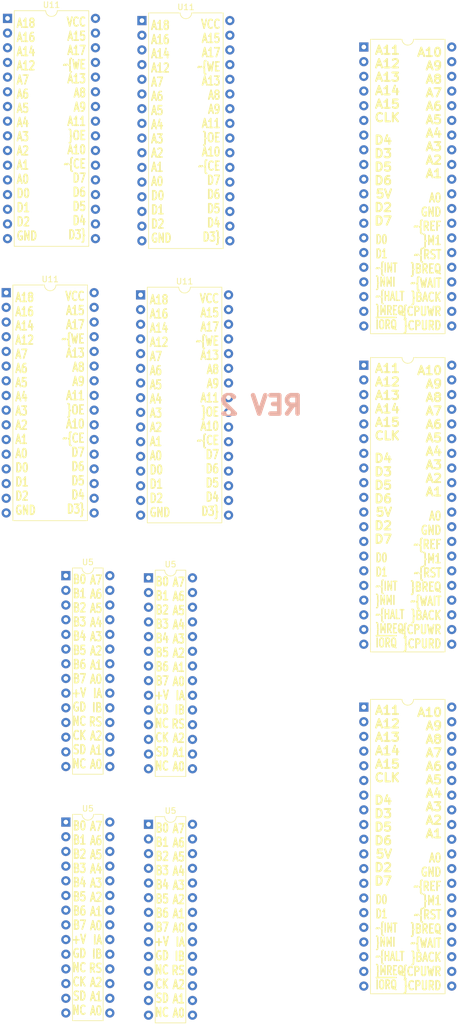
<source format=kicad_pcb>
(kicad_pcb (version 20171130) (host pcbnew "(5.0.2)-1")

  (general
    (thickness 1.6)
    (drawings 34)
    (tracks 0)
    (zones 0)
    (modules 11)
    (nets 40)
  )

  (page A)
  (title_block
    (title Z80_PSoC)
    (date 2019-09-25)
    (rev 1)
    (company land-boards.com)
  )

  (layers
    (0 F.Cu signal)
    (31 B.Cu signal)
    (32 B.Adhes user hide)
    (33 F.Adhes user hide)
    (34 B.Paste user hide)
    (35 F.Paste user hide)
    (36 B.SilkS user hide)
    (37 F.SilkS user)
    (38 B.Mask user hide)
    (39 F.Mask user hide)
    (40 Dwgs.User user hide)
    (41 Cmts.User user hide)
    (42 Eco1.User user hide)
    (43 Eco2.User user hide)
    (44 Edge.Cuts user)
    (45 Margin user hide)
    (46 B.CrtYd user hide)
    (47 F.CrtYd user hide)
    (48 B.Fab user hide)
    (49 F.Fab user hide)
  )

  (setup
    (last_trace_width 0.2032)
    (user_trace_width 0.1524)
    (trace_clearance 0.1524)
    (zone_clearance 0.2032)
    (zone_45_only no)
    (trace_min 0.1524)
    (segment_width 0.2)
    (edge_width 0.15)
    (via_size 0.8)
    (via_drill 0.4)
    (via_min_size 0.4)
    (via_min_drill 0.3)
    (uvia_size 0.3)
    (uvia_drill 0.1)
    (uvias_allowed no)
    (uvia_min_size 0.2)
    (uvia_min_drill 0.1)
    (pcb_text_width 0.3)
    (pcb_text_size 1.5 1.5)
    (mod_edge_width 0.15)
    (mod_text_size 1.524 1.397)
    (mod_text_width 0.254)
    (pad_size 1.524 1.524)
    (pad_drill 0.762)
    (pad_to_mask_clearance 0.051)
    (solder_mask_min_width 0.25)
    (aux_axis_origin 0 0)
    (visible_elements 7FFFF77F)
    (pcbplotparams
      (layerselection 0x010fc_ffffffff)
      (usegerberextensions false)
      (usegerberattributes false)
      (usegerberadvancedattributes false)
      (creategerberjobfile false)
      (excludeedgelayer true)
      (linewidth 0.100000)
      (plotframeref false)
      (viasonmask false)
      (mode 1)
      (useauxorigin false)
      (hpglpennumber 1)
      (hpglpenspeed 20)
      (hpglpendiameter 15.000000)
      (psnegative false)
      (psa4output false)
      (plotreference true)
      (plotvalue true)
      (plotinvisibletext false)
      (padsonsilk false)
      (subtractmaskfromsilk false)
      (outputformat 1)
      (mirror false)
      (drillshape 0)
      (scaleselection 1)
      (outputdirectory "plots/"))
  )

  (net 0 "")
  (net 1 GND)
  (net 2 +5V)
  (net 3 /~INT)
  (net 4 /CPUA11)
  (net 5 /~CPURD)
  (net 6 /CPUA12)
  (net 7 /~CPUWR)
  (net 8 /CPUA13)
  (net 9 /~BUSACK)
  (net 10 /CPUA14)
  (net 11 /~WAIT)
  (net 12 /CPUA15)
  (net 13 /~BUSRQ)
  (net 14 /CPUCLK)
  (net 15 /~CPURST)
  (net 16 /CPUD4)
  (net 17 /~M1)
  (net 18 /CPUD3)
  (net 19 /CPUD5)
  (net 20 /CPUD6)
  (net 21 /CPUA0)
  (net 22 /CPUA1)
  (net 23 /CPUD2)
  (net 24 /CPUA2)
  (net 25 /CPUD7)
  (net 26 /CPUA3)
  (net 27 /CPUD0)
  (net 28 /CPUA4)
  (net 29 /CPUD1)
  (net 30 /CPUA5)
  (net 31 /CPUA6)
  (net 32 /~NMI)
  (net 33 /CPUA7)
  (net 34 /~HALT)
  (net 35 /CPUA8)
  (net 36 /~MREQ)
  (net 37 /CPUA9)
  (net 38 /~IORQ)
  (net 39 /CPUA10)

  (net_class Default "This is the default net class."
    (clearance 0.1524)
    (trace_width 0.2032)
    (via_dia 0.8)
    (via_drill 0.4)
    (uvia_dia 0.3)
    (uvia_drill 0.1)
    (add_net +5V)
    (add_net /CPUA0)
    (add_net /CPUA1)
    (add_net /CPUA10)
    (add_net /CPUA11)
    (add_net /CPUA12)
    (add_net /CPUA13)
    (add_net /CPUA14)
    (add_net /CPUA15)
    (add_net /CPUA2)
    (add_net /CPUA3)
    (add_net /CPUA4)
    (add_net /CPUA5)
    (add_net /CPUA6)
    (add_net /CPUA7)
    (add_net /CPUA8)
    (add_net /CPUA9)
    (add_net /CPUCLK)
    (add_net /CPUD0)
    (add_net /CPUD1)
    (add_net /CPUD2)
    (add_net /CPUD3)
    (add_net /CPUD4)
    (add_net /CPUD5)
    (add_net /CPUD6)
    (add_net /CPUD7)
    (add_net /~BUSACK)
    (add_net /~BUSRQ)
    (add_net /~CPURD)
    (add_net /~CPURST)
    (add_net /~CPUWR)
    (add_net /~HALT)
    (add_net /~INT)
    (add_net /~IORQ)
    (add_net /~M1)
    (add_net /~MREQ)
    (add_net /~NMI)
    (add_net /~WAIT)
    (add_net GND)
  )

  (module Package_DIP:DIP-32_W15.24mm (layer F.Cu) (tedit 5A02E8C5) (tstamp 5D994C79)
    (at 22.9108 70.1802)
    (descr "32-lead though-hole mounted DIP package, row spacing 15.24 mm (600 mils)")
    (tags "THT DIP DIL PDIP 2.54mm 15.24mm 600mil")
    (path /5D9DCEBB)
    (fp_text reference U11 (at 7.62 -2.33) (layer F.SilkS)
      (effects (font (size 1 1) (thickness 0.15)))
    )
    (fp_text value AS6C4008 (at 7.62 40.43) (layer F.Fab)
      (effects (font (size 1 1) (thickness 0.15)))
    )
    (fp_arc (start 7.62 -1.33) (end 6.62 -1.33) (angle -180) (layer F.SilkS) (width 0.12))
    (fp_line (start 1.255 -1.27) (end 14.985 -1.27) (layer F.Fab) (width 0.1))
    (fp_line (start 14.985 -1.27) (end 14.985 39.37) (layer F.Fab) (width 0.1))
    (fp_line (start 14.985 39.37) (end 0.255 39.37) (layer F.Fab) (width 0.1))
    (fp_line (start 0.255 39.37) (end 0.255 -0.27) (layer F.Fab) (width 0.1))
    (fp_line (start 0.255 -0.27) (end 1.255 -1.27) (layer F.Fab) (width 0.1))
    (fp_line (start 6.62 -1.33) (end 1.16 -1.33) (layer F.SilkS) (width 0.12))
    (fp_line (start 1.16 -1.33) (end 1.16 39.43) (layer F.SilkS) (width 0.12))
    (fp_line (start 1.16 39.43) (end 14.08 39.43) (layer F.SilkS) (width 0.12))
    (fp_line (start 14.08 39.43) (end 14.08 -1.33) (layer F.SilkS) (width 0.12))
    (fp_line (start 14.08 -1.33) (end 8.62 -1.33) (layer F.SilkS) (width 0.12))
    (fp_line (start -1.05 -1.55) (end -1.05 39.65) (layer F.CrtYd) (width 0.05))
    (fp_line (start -1.05 39.65) (end 16.3 39.65) (layer F.CrtYd) (width 0.05))
    (fp_line (start 16.3 39.65) (end 16.3 -1.55) (layer F.CrtYd) (width 0.05))
    (fp_line (start 16.3 -1.55) (end -1.05 -1.55) (layer F.CrtYd) (width 0.05))
    (fp_text user %R (at 7.62 19.05) (layer F.Fab)
      (effects (font (size 1 1) (thickness 0.15)))
    )
    (pad 1 thru_hole rect (at 0 0) (size 1.6 1.6) (drill 0.8) (layers *.Cu *.Mask))
    (pad 17 thru_hole oval (at 15.24 38.1) (size 1.6 1.6) (drill 0.8) (layers *.Cu *.Mask))
    (pad 2 thru_hole oval (at 0 2.54) (size 1.6 1.6) (drill 0.8) (layers *.Cu *.Mask))
    (pad 18 thru_hole oval (at 15.24 35.56) (size 1.6 1.6) (drill 0.8) (layers *.Cu *.Mask))
    (pad 3 thru_hole oval (at 0 5.08) (size 1.6 1.6) (drill 0.8) (layers *.Cu *.Mask))
    (pad 19 thru_hole oval (at 15.24 33.02) (size 1.6 1.6) (drill 0.8) (layers *.Cu *.Mask))
    (pad 4 thru_hole oval (at 0 7.62) (size 1.6 1.6) (drill 0.8) (layers *.Cu *.Mask))
    (pad 20 thru_hole oval (at 15.24 30.48) (size 1.6 1.6) (drill 0.8) (layers *.Cu *.Mask))
    (pad 5 thru_hole oval (at 0 10.16) (size 1.6 1.6) (drill 0.8) (layers *.Cu *.Mask))
    (pad 21 thru_hole oval (at 15.24 27.94) (size 1.6 1.6) (drill 0.8) (layers *.Cu *.Mask))
    (pad 6 thru_hole oval (at 0 12.7) (size 1.6 1.6) (drill 0.8) (layers *.Cu *.Mask))
    (pad 22 thru_hole oval (at 15.24 25.4) (size 1.6 1.6) (drill 0.8) (layers *.Cu *.Mask))
    (pad 7 thru_hole oval (at 0 15.24) (size 1.6 1.6) (drill 0.8) (layers *.Cu *.Mask))
    (pad 23 thru_hole oval (at 15.24 22.86) (size 1.6 1.6) (drill 0.8) (layers *.Cu *.Mask))
    (pad 8 thru_hole oval (at 0 17.78) (size 1.6 1.6) (drill 0.8) (layers *.Cu *.Mask))
    (pad 24 thru_hole oval (at 15.24 20.32) (size 1.6 1.6) (drill 0.8) (layers *.Cu *.Mask))
    (pad 9 thru_hole oval (at 0 20.32) (size 1.6 1.6) (drill 0.8) (layers *.Cu *.Mask))
    (pad 25 thru_hole oval (at 15.24 17.78) (size 1.6 1.6) (drill 0.8) (layers *.Cu *.Mask))
    (pad 10 thru_hole oval (at 0 22.86) (size 1.6 1.6) (drill 0.8) (layers *.Cu *.Mask))
    (pad 26 thru_hole oval (at 15.24 15.24) (size 1.6 1.6) (drill 0.8) (layers *.Cu *.Mask))
    (pad 11 thru_hole oval (at 0 25.4) (size 1.6 1.6) (drill 0.8) (layers *.Cu *.Mask))
    (pad 27 thru_hole oval (at 15.24 12.7) (size 1.6 1.6) (drill 0.8) (layers *.Cu *.Mask))
    (pad 12 thru_hole oval (at 0 27.94) (size 1.6 1.6) (drill 0.8) (layers *.Cu *.Mask))
    (pad 28 thru_hole oval (at 15.24 10.16) (size 1.6 1.6) (drill 0.8) (layers *.Cu *.Mask))
    (pad 13 thru_hole oval (at 0 30.48) (size 1.6 1.6) (drill 0.8) (layers *.Cu *.Mask))
    (pad 29 thru_hole oval (at 15.24 7.62) (size 1.6 1.6) (drill 0.8) (layers *.Cu *.Mask))
    (pad 14 thru_hole oval (at 0 33.02) (size 1.6 1.6) (drill 0.8) (layers *.Cu *.Mask))
    (pad 30 thru_hole oval (at 15.24 5.08) (size 1.6 1.6) (drill 0.8) (layers *.Cu *.Mask))
    (pad 15 thru_hole oval (at 0 35.56) (size 1.6 1.6) (drill 0.8) (layers *.Cu *.Mask))
    (pad 31 thru_hole oval (at 15.24 2.54) (size 1.6 1.6) (drill 0.8) (layers *.Cu *.Mask))
    (pad 16 thru_hole oval (at 0 38.1) (size 1.6 1.6) (drill 0.8) (layers *.Cu *.Mask))
    (pad 32 thru_hole oval (at 15.24 0) (size 1.6 1.6) (drill 0.8) (layers *.Cu *.Mask))
    (model ${KISYS3DMOD}/Package_DIP.3dshapes/DIP-32_W15.24mm.wrl
      (at (xyz 0 0 0))
      (scale (xyz 1 1 1))
      (rotate (xyz 0 0 0))
    )
  )

  (module Package_DIP:DIP-32_W15.24mm (layer F.Cu) (tedit 5A02E8C5) (tstamp 5D994C46)
    (at 46.2026 70.5612)
    (descr "32-lead though-hole mounted DIP package, row spacing 15.24 mm (600 mils)")
    (tags "THT DIP DIL PDIP 2.54mm 15.24mm 600mil")
    (path /5D9DCEBB)
    (fp_text reference U11 (at 7.62 -2.33) (layer F.SilkS)
      (effects (font (size 1 1) (thickness 0.15)))
    )
    (fp_text value AS6C4008 (at 7.62 40.43) (layer F.Fab)
      (effects (font (size 1 1) (thickness 0.15)))
    )
    (fp_text user %R (at 7.62 19.05) (layer F.Fab)
      (effects (font (size 1 1) (thickness 0.15)))
    )
    (fp_line (start 16.3 -1.55) (end -1.05 -1.55) (layer F.CrtYd) (width 0.05))
    (fp_line (start 16.3 39.65) (end 16.3 -1.55) (layer F.CrtYd) (width 0.05))
    (fp_line (start -1.05 39.65) (end 16.3 39.65) (layer F.CrtYd) (width 0.05))
    (fp_line (start -1.05 -1.55) (end -1.05 39.65) (layer F.CrtYd) (width 0.05))
    (fp_line (start 14.08 -1.33) (end 8.62 -1.33) (layer F.SilkS) (width 0.12))
    (fp_line (start 14.08 39.43) (end 14.08 -1.33) (layer F.SilkS) (width 0.12))
    (fp_line (start 1.16 39.43) (end 14.08 39.43) (layer F.SilkS) (width 0.12))
    (fp_line (start 1.16 -1.33) (end 1.16 39.43) (layer F.SilkS) (width 0.12))
    (fp_line (start 6.62 -1.33) (end 1.16 -1.33) (layer F.SilkS) (width 0.12))
    (fp_line (start 0.255 -0.27) (end 1.255 -1.27) (layer F.Fab) (width 0.1))
    (fp_line (start 0.255 39.37) (end 0.255 -0.27) (layer F.Fab) (width 0.1))
    (fp_line (start 14.985 39.37) (end 0.255 39.37) (layer F.Fab) (width 0.1))
    (fp_line (start 14.985 -1.27) (end 14.985 39.37) (layer F.Fab) (width 0.1))
    (fp_line (start 1.255 -1.27) (end 14.985 -1.27) (layer F.Fab) (width 0.1))
    (fp_arc (start 7.62 -1.33) (end 6.62 -1.33) (angle -180) (layer F.SilkS) (width 0.12))
    (pad 32 thru_hole oval (at 15.24 0) (size 1.6 1.6) (drill 0.8) (layers *.Cu *.Mask))
    (pad 16 thru_hole oval (at 0 38.1) (size 1.6 1.6) (drill 0.8) (layers *.Cu *.Mask))
    (pad 31 thru_hole oval (at 15.24 2.54) (size 1.6 1.6) (drill 0.8) (layers *.Cu *.Mask))
    (pad 15 thru_hole oval (at 0 35.56) (size 1.6 1.6) (drill 0.8) (layers *.Cu *.Mask))
    (pad 30 thru_hole oval (at 15.24 5.08) (size 1.6 1.6) (drill 0.8) (layers *.Cu *.Mask))
    (pad 14 thru_hole oval (at 0 33.02) (size 1.6 1.6) (drill 0.8) (layers *.Cu *.Mask))
    (pad 29 thru_hole oval (at 15.24 7.62) (size 1.6 1.6) (drill 0.8) (layers *.Cu *.Mask))
    (pad 13 thru_hole oval (at 0 30.48) (size 1.6 1.6) (drill 0.8) (layers *.Cu *.Mask))
    (pad 28 thru_hole oval (at 15.24 10.16) (size 1.6 1.6) (drill 0.8) (layers *.Cu *.Mask))
    (pad 12 thru_hole oval (at 0 27.94) (size 1.6 1.6) (drill 0.8) (layers *.Cu *.Mask))
    (pad 27 thru_hole oval (at 15.24 12.7) (size 1.6 1.6) (drill 0.8) (layers *.Cu *.Mask))
    (pad 11 thru_hole oval (at 0 25.4) (size 1.6 1.6) (drill 0.8) (layers *.Cu *.Mask))
    (pad 26 thru_hole oval (at 15.24 15.24) (size 1.6 1.6) (drill 0.8) (layers *.Cu *.Mask))
    (pad 10 thru_hole oval (at 0 22.86) (size 1.6 1.6) (drill 0.8) (layers *.Cu *.Mask))
    (pad 25 thru_hole oval (at 15.24 17.78) (size 1.6 1.6) (drill 0.8) (layers *.Cu *.Mask))
    (pad 9 thru_hole oval (at 0 20.32) (size 1.6 1.6) (drill 0.8) (layers *.Cu *.Mask))
    (pad 24 thru_hole oval (at 15.24 20.32) (size 1.6 1.6) (drill 0.8) (layers *.Cu *.Mask))
    (pad 8 thru_hole oval (at 0 17.78) (size 1.6 1.6) (drill 0.8) (layers *.Cu *.Mask))
    (pad 23 thru_hole oval (at 15.24 22.86) (size 1.6 1.6) (drill 0.8) (layers *.Cu *.Mask))
    (pad 7 thru_hole oval (at 0 15.24) (size 1.6 1.6) (drill 0.8) (layers *.Cu *.Mask))
    (pad 22 thru_hole oval (at 15.24 25.4) (size 1.6 1.6) (drill 0.8) (layers *.Cu *.Mask))
    (pad 6 thru_hole oval (at 0 12.7) (size 1.6 1.6) (drill 0.8) (layers *.Cu *.Mask))
    (pad 21 thru_hole oval (at 15.24 27.94) (size 1.6 1.6) (drill 0.8) (layers *.Cu *.Mask))
    (pad 5 thru_hole oval (at 0 10.16) (size 1.6 1.6) (drill 0.8) (layers *.Cu *.Mask))
    (pad 20 thru_hole oval (at 15.24 30.48) (size 1.6 1.6) (drill 0.8) (layers *.Cu *.Mask))
    (pad 4 thru_hole oval (at 0 7.62) (size 1.6 1.6) (drill 0.8) (layers *.Cu *.Mask))
    (pad 19 thru_hole oval (at 15.24 33.02) (size 1.6 1.6) (drill 0.8) (layers *.Cu *.Mask))
    (pad 3 thru_hole oval (at 0 5.08) (size 1.6 1.6) (drill 0.8) (layers *.Cu *.Mask))
    (pad 18 thru_hole oval (at 15.24 35.56) (size 1.6 1.6) (drill 0.8) (layers *.Cu *.Mask))
    (pad 2 thru_hole oval (at 0 2.54) (size 1.6 1.6) (drill 0.8) (layers *.Cu *.Mask))
    (pad 17 thru_hole oval (at 15.24 38.1) (size 1.6 1.6) (drill 0.8) (layers *.Cu *.Mask))
    (pad 1 thru_hole rect (at 0 0) (size 1.6 1.6) (drill 0.8) (layers *.Cu *.Mask))
    (model ${KISYS3DMOD}/Package_DIP.3dshapes/DIP-32_W15.24mm.wrl
      (at (xyz 0 0 0))
      (scale (xyz 1 1 1))
      (rotate (xyz 0 0 0))
    )
  )

  (module Package_DIP:DIP-32_W15.24mm (layer F.Cu) (tedit 5A02E8C5) (tstamp 5D994BDC)
    (at 46.4312 23.114)
    (descr "32-lead though-hole mounted DIP package, row spacing 15.24 mm (600 mils)")
    (tags "THT DIP DIL PDIP 2.54mm 15.24mm 600mil")
    (path /5D9DCEBB)
    (fp_text reference U11 (at 7.62 -2.33) (layer F.SilkS)
      (effects (font (size 1 1) (thickness 0.15)))
    )
    (fp_text value AS6C4008 (at 7.62 40.43) (layer F.Fab)
      (effects (font (size 1 1) (thickness 0.15)))
    )
    (fp_arc (start 7.62 -1.33) (end 6.62 -1.33) (angle -180) (layer F.SilkS) (width 0.12))
    (fp_line (start 1.255 -1.27) (end 14.985 -1.27) (layer F.Fab) (width 0.1))
    (fp_line (start 14.985 -1.27) (end 14.985 39.37) (layer F.Fab) (width 0.1))
    (fp_line (start 14.985 39.37) (end 0.255 39.37) (layer F.Fab) (width 0.1))
    (fp_line (start 0.255 39.37) (end 0.255 -0.27) (layer F.Fab) (width 0.1))
    (fp_line (start 0.255 -0.27) (end 1.255 -1.27) (layer F.Fab) (width 0.1))
    (fp_line (start 6.62 -1.33) (end 1.16 -1.33) (layer F.SilkS) (width 0.12))
    (fp_line (start 1.16 -1.33) (end 1.16 39.43) (layer F.SilkS) (width 0.12))
    (fp_line (start 1.16 39.43) (end 14.08 39.43) (layer F.SilkS) (width 0.12))
    (fp_line (start 14.08 39.43) (end 14.08 -1.33) (layer F.SilkS) (width 0.12))
    (fp_line (start 14.08 -1.33) (end 8.62 -1.33) (layer F.SilkS) (width 0.12))
    (fp_line (start -1.05 -1.55) (end -1.05 39.65) (layer F.CrtYd) (width 0.05))
    (fp_line (start -1.05 39.65) (end 16.3 39.65) (layer F.CrtYd) (width 0.05))
    (fp_line (start 16.3 39.65) (end 16.3 -1.55) (layer F.CrtYd) (width 0.05))
    (fp_line (start 16.3 -1.55) (end -1.05 -1.55) (layer F.CrtYd) (width 0.05))
    (fp_text user %R (at 7.62 19.05) (layer F.Fab)
      (effects (font (size 1 1) (thickness 0.15)))
    )
    (pad 1 thru_hole rect (at 0 0) (size 1.6 1.6) (drill 0.8) (layers *.Cu *.Mask))
    (pad 17 thru_hole oval (at 15.24 38.1) (size 1.6 1.6) (drill 0.8) (layers *.Cu *.Mask))
    (pad 2 thru_hole oval (at 0 2.54) (size 1.6 1.6) (drill 0.8) (layers *.Cu *.Mask))
    (pad 18 thru_hole oval (at 15.24 35.56) (size 1.6 1.6) (drill 0.8) (layers *.Cu *.Mask))
    (pad 3 thru_hole oval (at 0 5.08) (size 1.6 1.6) (drill 0.8) (layers *.Cu *.Mask))
    (pad 19 thru_hole oval (at 15.24 33.02) (size 1.6 1.6) (drill 0.8) (layers *.Cu *.Mask))
    (pad 4 thru_hole oval (at 0 7.62) (size 1.6 1.6) (drill 0.8) (layers *.Cu *.Mask))
    (pad 20 thru_hole oval (at 15.24 30.48) (size 1.6 1.6) (drill 0.8) (layers *.Cu *.Mask))
    (pad 5 thru_hole oval (at 0 10.16) (size 1.6 1.6) (drill 0.8) (layers *.Cu *.Mask))
    (pad 21 thru_hole oval (at 15.24 27.94) (size 1.6 1.6) (drill 0.8) (layers *.Cu *.Mask))
    (pad 6 thru_hole oval (at 0 12.7) (size 1.6 1.6) (drill 0.8) (layers *.Cu *.Mask))
    (pad 22 thru_hole oval (at 15.24 25.4) (size 1.6 1.6) (drill 0.8) (layers *.Cu *.Mask))
    (pad 7 thru_hole oval (at 0 15.24) (size 1.6 1.6) (drill 0.8) (layers *.Cu *.Mask))
    (pad 23 thru_hole oval (at 15.24 22.86) (size 1.6 1.6) (drill 0.8) (layers *.Cu *.Mask))
    (pad 8 thru_hole oval (at 0 17.78) (size 1.6 1.6) (drill 0.8) (layers *.Cu *.Mask))
    (pad 24 thru_hole oval (at 15.24 20.32) (size 1.6 1.6) (drill 0.8) (layers *.Cu *.Mask))
    (pad 9 thru_hole oval (at 0 20.32) (size 1.6 1.6) (drill 0.8) (layers *.Cu *.Mask))
    (pad 25 thru_hole oval (at 15.24 17.78) (size 1.6 1.6) (drill 0.8) (layers *.Cu *.Mask))
    (pad 10 thru_hole oval (at 0 22.86) (size 1.6 1.6) (drill 0.8) (layers *.Cu *.Mask))
    (pad 26 thru_hole oval (at 15.24 15.24) (size 1.6 1.6) (drill 0.8) (layers *.Cu *.Mask))
    (pad 11 thru_hole oval (at 0 25.4) (size 1.6 1.6) (drill 0.8) (layers *.Cu *.Mask))
    (pad 27 thru_hole oval (at 15.24 12.7) (size 1.6 1.6) (drill 0.8) (layers *.Cu *.Mask))
    (pad 12 thru_hole oval (at 0 27.94) (size 1.6 1.6) (drill 0.8) (layers *.Cu *.Mask))
    (pad 28 thru_hole oval (at 15.24 10.16) (size 1.6 1.6) (drill 0.8) (layers *.Cu *.Mask))
    (pad 13 thru_hole oval (at 0 30.48) (size 1.6 1.6) (drill 0.8) (layers *.Cu *.Mask))
    (pad 29 thru_hole oval (at 15.24 7.62) (size 1.6 1.6) (drill 0.8) (layers *.Cu *.Mask))
    (pad 14 thru_hole oval (at 0 33.02) (size 1.6 1.6) (drill 0.8) (layers *.Cu *.Mask))
    (pad 30 thru_hole oval (at 15.24 5.08) (size 1.6 1.6) (drill 0.8) (layers *.Cu *.Mask))
    (pad 15 thru_hole oval (at 0 35.56) (size 1.6 1.6) (drill 0.8) (layers *.Cu *.Mask))
    (pad 31 thru_hole oval (at 15.24 2.54) (size 1.6 1.6) (drill 0.8) (layers *.Cu *.Mask))
    (pad 16 thru_hole oval (at 0 38.1) (size 1.6 1.6) (drill 0.8) (layers *.Cu *.Mask))
    (pad 32 thru_hole oval (at 15.24 0) (size 1.6 1.6) (drill 0.8) (layers *.Cu *.Mask))
    (model ${KISYS3DMOD}/Package_DIP.3dshapes/DIP-32_W15.24mm.wrl
      (at (xyz 0 0 0))
      (scale (xyz 1 1 1))
      (rotate (xyz 0 0 0))
    )
  )

  (module Package_DIP:DIP-28_W7.62mm (layer F.Cu) (tedit 5A02E8C5) (tstamp 5D994AAA)
    (at 33.2486 119.126)
    (descr "28-lead though-hole mounted DIP package, row spacing 7.62 mm (300 mils)")
    (tags "THT DIP DIL PDIP 2.54mm 7.62mm 300mil")
    (path /5D8C4D92)
    (fp_text reference U5 (at 3.81 -2.33) (layer F.SilkS)
      (effects (font (size 1 1) (thickness 0.15)))
    )
    (fp_text value MCP23017_SP (at 3.81 35.35) (layer F.Fab)
      (effects (font (size 1 1) (thickness 0.15)))
    )
    (fp_text user %R (at 3.81 16.51) (layer F.Fab)
      (effects (font (size 1 1) (thickness 0.15)))
    )
    (fp_line (start 8.7 -1.55) (end -1.1 -1.55) (layer F.CrtYd) (width 0.05))
    (fp_line (start 8.7 34.55) (end 8.7 -1.55) (layer F.CrtYd) (width 0.05))
    (fp_line (start -1.1 34.55) (end 8.7 34.55) (layer F.CrtYd) (width 0.05))
    (fp_line (start -1.1 -1.55) (end -1.1 34.55) (layer F.CrtYd) (width 0.05))
    (fp_line (start 6.46 -1.33) (end 4.81 -1.33) (layer F.SilkS) (width 0.12))
    (fp_line (start 6.46 34.35) (end 6.46 -1.33) (layer F.SilkS) (width 0.12))
    (fp_line (start 1.16 34.35) (end 6.46 34.35) (layer F.SilkS) (width 0.12))
    (fp_line (start 1.16 -1.33) (end 1.16 34.35) (layer F.SilkS) (width 0.12))
    (fp_line (start 2.81 -1.33) (end 1.16 -1.33) (layer F.SilkS) (width 0.12))
    (fp_line (start 0.635 -0.27) (end 1.635 -1.27) (layer F.Fab) (width 0.1))
    (fp_line (start 0.635 34.29) (end 0.635 -0.27) (layer F.Fab) (width 0.1))
    (fp_line (start 6.985 34.29) (end 0.635 34.29) (layer F.Fab) (width 0.1))
    (fp_line (start 6.985 -1.27) (end 6.985 34.29) (layer F.Fab) (width 0.1))
    (fp_line (start 1.635 -1.27) (end 6.985 -1.27) (layer F.Fab) (width 0.1))
    (fp_arc (start 3.81 -1.33) (end 2.81 -1.33) (angle -180) (layer F.SilkS) (width 0.12))
    (pad 28 thru_hole oval (at 7.62 0) (size 1.6 1.6) (drill 0.8) (layers *.Cu *.Mask))
    (pad 14 thru_hole oval (at 0 33.02) (size 1.6 1.6) (drill 0.8) (layers *.Cu *.Mask))
    (pad 27 thru_hole oval (at 7.62 2.54) (size 1.6 1.6) (drill 0.8) (layers *.Cu *.Mask))
    (pad 13 thru_hole oval (at 0 30.48) (size 1.6 1.6) (drill 0.8) (layers *.Cu *.Mask))
    (pad 26 thru_hole oval (at 7.62 5.08) (size 1.6 1.6) (drill 0.8) (layers *.Cu *.Mask))
    (pad 12 thru_hole oval (at 0 27.94) (size 1.6 1.6) (drill 0.8) (layers *.Cu *.Mask))
    (pad 25 thru_hole oval (at 7.62 7.62) (size 1.6 1.6) (drill 0.8) (layers *.Cu *.Mask))
    (pad 11 thru_hole oval (at 0 25.4) (size 1.6 1.6) (drill 0.8) (layers *.Cu *.Mask))
    (pad 24 thru_hole oval (at 7.62 10.16) (size 1.6 1.6) (drill 0.8) (layers *.Cu *.Mask))
    (pad 10 thru_hole oval (at 0 22.86) (size 1.6 1.6) (drill 0.8) (layers *.Cu *.Mask))
    (pad 23 thru_hole oval (at 7.62 12.7) (size 1.6 1.6) (drill 0.8) (layers *.Cu *.Mask))
    (pad 9 thru_hole oval (at 0 20.32) (size 1.6 1.6) (drill 0.8) (layers *.Cu *.Mask))
    (pad 22 thru_hole oval (at 7.62 15.24) (size 1.6 1.6) (drill 0.8) (layers *.Cu *.Mask))
    (pad 8 thru_hole oval (at 0 17.78) (size 1.6 1.6) (drill 0.8) (layers *.Cu *.Mask))
    (pad 21 thru_hole oval (at 7.62 17.78) (size 1.6 1.6) (drill 0.8) (layers *.Cu *.Mask))
    (pad 7 thru_hole oval (at 0 15.24) (size 1.6 1.6) (drill 0.8) (layers *.Cu *.Mask))
    (pad 20 thru_hole oval (at 7.62 20.32) (size 1.6 1.6) (drill 0.8) (layers *.Cu *.Mask))
    (pad 6 thru_hole oval (at 0 12.7) (size 1.6 1.6) (drill 0.8) (layers *.Cu *.Mask))
    (pad 19 thru_hole oval (at 7.62 22.86) (size 1.6 1.6) (drill 0.8) (layers *.Cu *.Mask))
    (pad 5 thru_hole oval (at 0 10.16) (size 1.6 1.6) (drill 0.8) (layers *.Cu *.Mask))
    (pad 18 thru_hole oval (at 7.62 25.4) (size 1.6 1.6) (drill 0.8) (layers *.Cu *.Mask))
    (pad 4 thru_hole oval (at 0 7.62) (size 1.6 1.6) (drill 0.8) (layers *.Cu *.Mask))
    (pad 17 thru_hole oval (at 7.62 27.94) (size 1.6 1.6) (drill 0.8) (layers *.Cu *.Mask))
    (pad 3 thru_hole oval (at 0 5.08) (size 1.6 1.6) (drill 0.8) (layers *.Cu *.Mask))
    (pad 16 thru_hole oval (at 7.62 30.48) (size 1.6 1.6) (drill 0.8) (layers *.Cu *.Mask))
    (pad 2 thru_hole oval (at 0 2.54) (size 1.6 1.6) (drill 0.8) (layers *.Cu *.Mask))
    (pad 15 thru_hole oval (at 7.62 33.02) (size 1.6 1.6) (drill 0.8) (layers *.Cu *.Mask))
    (pad 1 thru_hole rect (at 0 0) (size 1.6 1.6) (drill 0.8) (layers *.Cu *.Mask))
    (model ${KISYS3DMOD}/Package_DIP.3dshapes/DIP-28_W7.62mm.wrl
      (at (xyz 0 0 0))
      (scale (xyz 1 1 1))
      (rotate (xyz 0 0 0))
    )
  )

  (module Package_DIP:DIP-28_W7.62mm (layer F.Cu) (tedit 5A02E8C5) (tstamp 5D994A7B)
    (at 33.2486 161.7472)
    (descr "28-lead though-hole mounted DIP package, row spacing 7.62 mm (300 mils)")
    (tags "THT DIP DIL PDIP 2.54mm 7.62mm 300mil")
    (path /5D8C4D92)
    (fp_text reference U5 (at 3.81 -2.33) (layer F.SilkS)
      (effects (font (size 1 1) (thickness 0.15)))
    )
    (fp_text value MCP23017_SP (at 3.81 35.35) (layer F.Fab)
      (effects (font (size 1 1) (thickness 0.15)))
    )
    (fp_arc (start 3.81 -1.33) (end 2.81 -1.33) (angle -180) (layer F.SilkS) (width 0.12))
    (fp_line (start 1.635 -1.27) (end 6.985 -1.27) (layer F.Fab) (width 0.1))
    (fp_line (start 6.985 -1.27) (end 6.985 34.29) (layer F.Fab) (width 0.1))
    (fp_line (start 6.985 34.29) (end 0.635 34.29) (layer F.Fab) (width 0.1))
    (fp_line (start 0.635 34.29) (end 0.635 -0.27) (layer F.Fab) (width 0.1))
    (fp_line (start 0.635 -0.27) (end 1.635 -1.27) (layer F.Fab) (width 0.1))
    (fp_line (start 2.81 -1.33) (end 1.16 -1.33) (layer F.SilkS) (width 0.12))
    (fp_line (start 1.16 -1.33) (end 1.16 34.35) (layer F.SilkS) (width 0.12))
    (fp_line (start 1.16 34.35) (end 6.46 34.35) (layer F.SilkS) (width 0.12))
    (fp_line (start 6.46 34.35) (end 6.46 -1.33) (layer F.SilkS) (width 0.12))
    (fp_line (start 6.46 -1.33) (end 4.81 -1.33) (layer F.SilkS) (width 0.12))
    (fp_line (start -1.1 -1.55) (end -1.1 34.55) (layer F.CrtYd) (width 0.05))
    (fp_line (start -1.1 34.55) (end 8.7 34.55) (layer F.CrtYd) (width 0.05))
    (fp_line (start 8.7 34.55) (end 8.7 -1.55) (layer F.CrtYd) (width 0.05))
    (fp_line (start 8.7 -1.55) (end -1.1 -1.55) (layer F.CrtYd) (width 0.05))
    (fp_text user %R (at 3.81 16.51) (layer F.Fab)
      (effects (font (size 1 1) (thickness 0.15)))
    )
    (pad 1 thru_hole rect (at 0 0) (size 1.6 1.6) (drill 0.8) (layers *.Cu *.Mask))
    (pad 15 thru_hole oval (at 7.62 33.02) (size 1.6 1.6) (drill 0.8) (layers *.Cu *.Mask))
    (pad 2 thru_hole oval (at 0 2.54) (size 1.6 1.6) (drill 0.8) (layers *.Cu *.Mask))
    (pad 16 thru_hole oval (at 7.62 30.48) (size 1.6 1.6) (drill 0.8) (layers *.Cu *.Mask))
    (pad 3 thru_hole oval (at 0 5.08) (size 1.6 1.6) (drill 0.8) (layers *.Cu *.Mask))
    (pad 17 thru_hole oval (at 7.62 27.94) (size 1.6 1.6) (drill 0.8) (layers *.Cu *.Mask))
    (pad 4 thru_hole oval (at 0 7.62) (size 1.6 1.6) (drill 0.8) (layers *.Cu *.Mask))
    (pad 18 thru_hole oval (at 7.62 25.4) (size 1.6 1.6) (drill 0.8) (layers *.Cu *.Mask))
    (pad 5 thru_hole oval (at 0 10.16) (size 1.6 1.6) (drill 0.8) (layers *.Cu *.Mask))
    (pad 19 thru_hole oval (at 7.62 22.86) (size 1.6 1.6) (drill 0.8) (layers *.Cu *.Mask))
    (pad 6 thru_hole oval (at 0 12.7) (size 1.6 1.6) (drill 0.8) (layers *.Cu *.Mask))
    (pad 20 thru_hole oval (at 7.62 20.32) (size 1.6 1.6) (drill 0.8) (layers *.Cu *.Mask))
    (pad 7 thru_hole oval (at 0 15.24) (size 1.6 1.6) (drill 0.8) (layers *.Cu *.Mask))
    (pad 21 thru_hole oval (at 7.62 17.78) (size 1.6 1.6) (drill 0.8) (layers *.Cu *.Mask))
    (pad 8 thru_hole oval (at 0 17.78) (size 1.6 1.6) (drill 0.8) (layers *.Cu *.Mask))
    (pad 22 thru_hole oval (at 7.62 15.24) (size 1.6 1.6) (drill 0.8) (layers *.Cu *.Mask))
    (pad 9 thru_hole oval (at 0 20.32) (size 1.6 1.6) (drill 0.8) (layers *.Cu *.Mask))
    (pad 23 thru_hole oval (at 7.62 12.7) (size 1.6 1.6) (drill 0.8) (layers *.Cu *.Mask))
    (pad 10 thru_hole oval (at 0 22.86) (size 1.6 1.6) (drill 0.8) (layers *.Cu *.Mask))
    (pad 24 thru_hole oval (at 7.62 10.16) (size 1.6 1.6) (drill 0.8) (layers *.Cu *.Mask))
    (pad 11 thru_hole oval (at 0 25.4) (size 1.6 1.6) (drill 0.8) (layers *.Cu *.Mask))
    (pad 25 thru_hole oval (at 7.62 7.62) (size 1.6 1.6) (drill 0.8) (layers *.Cu *.Mask))
    (pad 12 thru_hole oval (at 0 27.94) (size 1.6 1.6) (drill 0.8) (layers *.Cu *.Mask))
    (pad 26 thru_hole oval (at 7.62 5.08) (size 1.6 1.6) (drill 0.8) (layers *.Cu *.Mask))
    (pad 13 thru_hole oval (at 0 30.48) (size 1.6 1.6) (drill 0.8) (layers *.Cu *.Mask))
    (pad 27 thru_hole oval (at 7.62 2.54) (size 1.6 1.6) (drill 0.8) (layers *.Cu *.Mask))
    (pad 14 thru_hole oval (at 0 33.02) (size 1.6 1.6) (drill 0.8) (layers *.Cu *.Mask))
    (pad 28 thru_hole oval (at 7.62 0) (size 1.6 1.6) (drill 0.8) (layers *.Cu *.Mask))
    (model ${KISYS3DMOD}/Package_DIP.3dshapes/DIP-28_W7.62mm.wrl
      (at (xyz 0 0 0))
      (scale (xyz 1 1 1))
      (rotate (xyz 0 0 0))
    )
  )

  (module Package_DIP:DIP-28_W7.62mm (layer F.Cu) (tedit 5A02E8C5) (tstamp 5D9949E8)
    (at 47.5742 162.1282)
    (descr "28-lead though-hole mounted DIP package, row spacing 7.62 mm (300 mils)")
    (tags "THT DIP DIL PDIP 2.54mm 7.62mm 300mil")
    (path /5D8C4D92)
    (fp_text reference U5 (at 3.81 -2.33) (layer F.SilkS)
      (effects (font (size 1 1) (thickness 0.15)))
    )
    (fp_text value MCP23017_SP (at 3.81 35.35) (layer F.Fab)
      (effects (font (size 1 1) (thickness 0.15)))
    )
    (fp_text user %R (at 3.81 16.51) (layer F.Fab)
      (effects (font (size 1 1) (thickness 0.15)))
    )
    (fp_line (start 8.7 -1.55) (end -1.1 -1.55) (layer F.CrtYd) (width 0.05))
    (fp_line (start 8.7 34.55) (end 8.7 -1.55) (layer F.CrtYd) (width 0.05))
    (fp_line (start -1.1 34.55) (end 8.7 34.55) (layer F.CrtYd) (width 0.05))
    (fp_line (start -1.1 -1.55) (end -1.1 34.55) (layer F.CrtYd) (width 0.05))
    (fp_line (start 6.46 -1.33) (end 4.81 -1.33) (layer F.SilkS) (width 0.12))
    (fp_line (start 6.46 34.35) (end 6.46 -1.33) (layer F.SilkS) (width 0.12))
    (fp_line (start 1.16 34.35) (end 6.46 34.35) (layer F.SilkS) (width 0.12))
    (fp_line (start 1.16 -1.33) (end 1.16 34.35) (layer F.SilkS) (width 0.12))
    (fp_line (start 2.81 -1.33) (end 1.16 -1.33) (layer F.SilkS) (width 0.12))
    (fp_line (start 0.635 -0.27) (end 1.635 -1.27) (layer F.Fab) (width 0.1))
    (fp_line (start 0.635 34.29) (end 0.635 -0.27) (layer F.Fab) (width 0.1))
    (fp_line (start 6.985 34.29) (end 0.635 34.29) (layer F.Fab) (width 0.1))
    (fp_line (start 6.985 -1.27) (end 6.985 34.29) (layer F.Fab) (width 0.1))
    (fp_line (start 1.635 -1.27) (end 6.985 -1.27) (layer F.Fab) (width 0.1))
    (fp_arc (start 3.81 -1.33) (end 2.81 -1.33) (angle -180) (layer F.SilkS) (width 0.12))
    (pad 28 thru_hole oval (at 7.62 0) (size 1.6 1.6) (drill 0.8) (layers *.Cu *.Mask))
    (pad 14 thru_hole oval (at 0 33.02) (size 1.6 1.6) (drill 0.8) (layers *.Cu *.Mask))
    (pad 27 thru_hole oval (at 7.62 2.54) (size 1.6 1.6) (drill 0.8) (layers *.Cu *.Mask))
    (pad 13 thru_hole oval (at 0 30.48) (size 1.6 1.6) (drill 0.8) (layers *.Cu *.Mask))
    (pad 26 thru_hole oval (at 7.62 5.08) (size 1.6 1.6) (drill 0.8) (layers *.Cu *.Mask))
    (pad 12 thru_hole oval (at 0 27.94) (size 1.6 1.6) (drill 0.8) (layers *.Cu *.Mask))
    (pad 25 thru_hole oval (at 7.62 7.62) (size 1.6 1.6) (drill 0.8) (layers *.Cu *.Mask))
    (pad 11 thru_hole oval (at 0 25.4) (size 1.6 1.6) (drill 0.8) (layers *.Cu *.Mask))
    (pad 24 thru_hole oval (at 7.62 10.16) (size 1.6 1.6) (drill 0.8) (layers *.Cu *.Mask))
    (pad 10 thru_hole oval (at 0 22.86) (size 1.6 1.6) (drill 0.8) (layers *.Cu *.Mask))
    (pad 23 thru_hole oval (at 7.62 12.7) (size 1.6 1.6) (drill 0.8) (layers *.Cu *.Mask))
    (pad 9 thru_hole oval (at 0 20.32) (size 1.6 1.6) (drill 0.8) (layers *.Cu *.Mask))
    (pad 22 thru_hole oval (at 7.62 15.24) (size 1.6 1.6) (drill 0.8) (layers *.Cu *.Mask))
    (pad 8 thru_hole oval (at 0 17.78) (size 1.6 1.6) (drill 0.8) (layers *.Cu *.Mask))
    (pad 21 thru_hole oval (at 7.62 17.78) (size 1.6 1.6) (drill 0.8) (layers *.Cu *.Mask))
    (pad 7 thru_hole oval (at 0 15.24) (size 1.6 1.6) (drill 0.8) (layers *.Cu *.Mask))
    (pad 20 thru_hole oval (at 7.62 20.32) (size 1.6 1.6) (drill 0.8) (layers *.Cu *.Mask))
    (pad 6 thru_hole oval (at 0 12.7) (size 1.6 1.6) (drill 0.8) (layers *.Cu *.Mask))
    (pad 19 thru_hole oval (at 7.62 22.86) (size 1.6 1.6) (drill 0.8) (layers *.Cu *.Mask))
    (pad 5 thru_hole oval (at 0 10.16) (size 1.6 1.6) (drill 0.8) (layers *.Cu *.Mask))
    (pad 18 thru_hole oval (at 7.62 25.4) (size 1.6 1.6) (drill 0.8) (layers *.Cu *.Mask))
    (pad 4 thru_hole oval (at 0 7.62) (size 1.6 1.6) (drill 0.8) (layers *.Cu *.Mask))
    (pad 17 thru_hole oval (at 7.62 27.94) (size 1.6 1.6) (drill 0.8) (layers *.Cu *.Mask))
    (pad 3 thru_hole oval (at 0 5.08) (size 1.6 1.6) (drill 0.8) (layers *.Cu *.Mask))
    (pad 16 thru_hole oval (at 7.62 30.48) (size 1.6 1.6) (drill 0.8) (layers *.Cu *.Mask))
    (pad 2 thru_hole oval (at 0 2.54) (size 1.6 1.6) (drill 0.8) (layers *.Cu *.Mask))
    (pad 15 thru_hole oval (at 7.62 33.02) (size 1.6 1.6) (drill 0.8) (layers *.Cu *.Mask))
    (pad 1 thru_hole rect (at 0 0) (size 1.6 1.6) (drill 0.8) (layers *.Cu *.Mask))
    (model ${KISYS3DMOD}/Package_DIP.3dshapes/DIP-28_W7.62mm.wrl
      (at (xyz 0 0 0))
      (scale (xyz 1 1 1))
      (rotate (xyz 0 0 0))
    )
  )

  (module Package_DIP:DIP-40_W15.24mm (layer F.Cu) (tedit 5D993338) (tstamp 5D9937D5)
    (at 84.8868 27.686)
    (descr "40-lead though-hole mounted DIP package, row spacing 15.24 mm (600 mils)")
    (tags "THT DIP DIL PDIP 2.54mm 15.24mm 600mil")
    (path /5D6FEFD8)
    (fp_text reference U1 (at 0 -2.54) (layer F.SilkS) hide
      (effects (font (size 1.397 1.524) (thickness 0.254)))
    )
    (fp_text value Z80CPU (at 7.62 50.59) (layer F.Fab)
      (effects (font (size 1 1) (thickness 0.15)))
    )
    (fp_arc (start 7.62 -1.33) (end 6.62 -1.33) (angle -180) (layer F.SilkS) (width 0.12))
    (fp_line (start 1.255 -1.27) (end 14.985 -1.27) (layer F.Fab) (width 0.1))
    (fp_line (start 14.985 -1.27) (end 14.985 49.53) (layer F.Fab) (width 0.1))
    (fp_line (start 14.985 49.53) (end 0.255 49.53) (layer F.Fab) (width 0.1))
    (fp_line (start 0.255 49.53) (end 0.255 -0.27) (layer F.Fab) (width 0.1))
    (fp_line (start 0.255 -0.27) (end 1.255 -1.27) (layer F.Fab) (width 0.1))
    (fp_line (start 6.62 -1.33) (end 1.16 -1.33) (layer F.SilkS) (width 0.12))
    (fp_line (start 1.16 -1.33) (end 1.16 49.59) (layer F.SilkS) (width 0.12))
    (fp_line (start 1.16 49.59) (end 14.08 49.59) (layer F.SilkS) (width 0.12))
    (fp_line (start 14.08 49.59) (end 14.08 -1.33) (layer F.SilkS) (width 0.12))
    (fp_line (start 14.08 -1.33) (end 8.62 -1.33) (layer F.SilkS) (width 0.12))
    (fp_line (start -1.05 -1.55) (end -1.05 49.8) (layer F.CrtYd) (width 0.05))
    (fp_line (start -1.05 49.8) (end 16.3 49.8) (layer F.CrtYd) (width 0.05))
    (fp_line (start 16.3 49.8) (end 16.3 -1.55) (layer F.CrtYd) (width 0.05))
    (fp_line (start 16.3 -1.55) (end -1.05 -1.55) (layer F.CrtYd) (width 0.05))
    (fp_text user %R (at 7.62 24.13) (layer F.Fab)
      (effects (font (size 1 1) (thickness 0.15)))
    )
    (pad 1 thru_hole rect (at 0 0) (size 1.6 1.6) (drill 0.8) (layers *.Cu *.Mask))
    (pad 21 thru_hole oval (at 15.24 48.26) (size 1.6 1.6) (drill 0.8) (layers *.Cu *.Mask))
    (pad 2 thru_hole oval (at 0 2.54) (size 1.6 1.6) (drill 0.8) (layers *.Cu *.Mask))
    (pad 22 thru_hole oval (at 15.24 45.72) (size 1.6 1.6) (drill 0.8) (layers *.Cu *.Mask))
    (pad 3 thru_hole oval (at 0 5.08) (size 1.6 1.6) (drill 0.8) (layers *.Cu *.Mask))
    (pad 23 thru_hole oval (at 15.24 43.18) (size 1.6 1.6) (drill 0.8) (layers *.Cu *.Mask))
    (pad 4 thru_hole oval (at 0 7.62) (size 1.6 1.6) (drill 0.8) (layers *.Cu *.Mask))
    (pad 24 thru_hole oval (at 15.24 40.64) (size 1.6 1.6) (drill 0.8) (layers *.Cu *.Mask))
    (pad 5 thru_hole oval (at 0 10.16) (size 1.6 1.6) (drill 0.8) (layers *.Cu *.Mask))
    (pad 25 thru_hole oval (at 15.24 38.1) (size 1.6 1.6) (drill 0.8) (layers *.Cu *.Mask))
    (pad 6 thru_hole oval (at 0 12.7) (size 1.6 1.6) (drill 0.8) (layers *.Cu *.Mask))
    (pad 26 thru_hole oval (at 15.24 35.56) (size 1.6 1.6) (drill 0.8) (layers *.Cu *.Mask))
    (pad 7 thru_hole oval (at 0 15.24) (size 1.6 1.6) (drill 0.8) (layers *.Cu *.Mask))
    (pad 27 thru_hole oval (at 15.24 33.02) (size 1.6 1.6) (drill 0.8) (layers *.Cu *.Mask))
    (pad 8 thru_hole oval (at 0 17.78) (size 1.6 1.6) (drill 0.8) (layers *.Cu *.Mask))
    (pad 28 thru_hole oval (at 15.24 30.48) (size 1.6 1.6) (drill 0.8) (layers *.Cu *.Mask))
    (pad 9 thru_hole oval (at 0 20.32) (size 1.6 1.6) (drill 0.8) (layers *.Cu *.Mask))
    (pad 29 thru_hole oval (at 15.24 27.94) (size 1.6 1.6) (drill 0.8) (layers *.Cu *.Mask))
    (pad 10 thru_hole oval (at 0 22.86) (size 1.6 1.6) (drill 0.8) (layers *.Cu *.Mask))
    (pad 30 thru_hole oval (at 15.24 25.4) (size 1.6 1.6) (drill 0.8) (layers *.Cu *.Mask))
    (pad 11 thru_hole oval (at 0 25.4) (size 1.6 1.6) (drill 0.8) (layers *.Cu *.Mask))
    (pad 31 thru_hole oval (at 15.24 22.86) (size 1.6 1.6) (drill 0.8) (layers *.Cu *.Mask))
    (pad 12 thru_hole oval (at 0 27.94) (size 1.6 1.6) (drill 0.8) (layers *.Cu *.Mask))
    (pad 32 thru_hole oval (at 15.24 20.32) (size 1.6 1.6) (drill 0.8) (layers *.Cu *.Mask))
    (pad 13 thru_hole oval (at 0 30.48) (size 1.6 1.6) (drill 0.8) (layers *.Cu *.Mask))
    (pad 33 thru_hole oval (at 15.24 17.78) (size 1.6 1.6) (drill 0.8) (layers *.Cu *.Mask))
    (pad 14 thru_hole oval (at 0 33.02) (size 1.6 1.6) (drill 0.8) (layers *.Cu *.Mask))
    (pad 34 thru_hole oval (at 15.24 15.24) (size 1.6 1.6) (drill 0.8) (layers *.Cu *.Mask))
    (pad 15 thru_hole oval (at 0 35.56) (size 1.6 1.6) (drill 0.8) (layers *.Cu *.Mask))
    (pad 35 thru_hole oval (at 15.24 12.7) (size 1.6 1.6) (drill 0.8) (layers *.Cu *.Mask))
    (pad 16 thru_hole oval (at 0 38.1) (size 1.6 1.6) (drill 0.8) (layers *.Cu *.Mask))
    (pad 36 thru_hole oval (at 15.24 10.16) (size 1.6 1.6) (drill 0.8) (layers *.Cu *.Mask))
    (pad 17 thru_hole oval (at 0 40.64) (size 1.6 1.6) (drill 0.8) (layers *.Cu *.Mask))
    (pad 37 thru_hole oval (at 15.24 7.62) (size 1.6 1.6) (drill 0.8) (layers *.Cu *.Mask))
    (pad 18 thru_hole oval (at 0 43.18) (size 1.6 1.6) (drill 0.8) (layers *.Cu *.Mask))
    (pad 38 thru_hole oval (at 15.24 5.08) (size 1.6 1.6) (drill 0.8) (layers *.Cu *.Mask))
    (pad 19 thru_hole oval (at 0 45.72) (size 1.6 1.6) (drill 0.8) (layers *.Cu *.Mask))
    (pad 39 thru_hole oval (at 15.24 2.54) (size 1.6 1.6) (drill 0.8) (layers *.Cu *.Mask))
    (pad 20 thru_hole oval (at 0 48.26) (size 1.6 1.6) (drill 0.8) (layers *.Cu *.Mask))
    (pad 40 thru_hole oval (at 15.24 0) (size 1.6 1.6) (drill 0.8) (layers *.Cu *.Mask))
    (model ${KISYS3DMOD}/Package_DIP.3dshapes/DIP-40_W15.24mm.wrl
      (at (xyz 0 0 0))
      (scale (xyz 1 1 1))
      (rotate (xyz 0 0 0))
    )
  )

  (module Package_DIP:DIP-40_W15.24mm (layer F.Cu) (tedit 5D993341) (tstamp 5D993751)
    (at 84.8868 82.7278)
    (descr "40-lead though-hole mounted DIP package, row spacing 15.24 mm (600 mils)")
    (tags "THT DIP DIL PDIP 2.54mm 15.24mm 600mil")
    (path /5D6FEFD8)
    (fp_text reference U1 (at 0 -2.54) (layer F.SilkS) hide
      (effects (font (size 1.397 1.524) (thickness 0.254)))
    )
    (fp_text value Z80CPU (at 7.62 50.59) (layer F.Fab)
      (effects (font (size 1 1) (thickness 0.15)))
    )
    (fp_text user %R (at 7.62 24.13) (layer F.Fab)
      (effects (font (size 1 1) (thickness 0.15)))
    )
    (fp_line (start 16.3 -1.55) (end -1.05 -1.55) (layer F.CrtYd) (width 0.05))
    (fp_line (start 16.3 49.8) (end 16.3 -1.55) (layer F.CrtYd) (width 0.05))
    (fp_line (start -1.05 49.8) (end 16.3 49.8) (layer F.CrtYd) (width 0.05))
    (fp_line (start -1.05 -1.55) (end -1.05 49.8) (layer F.CrtYd) (width 0.05))
    (fp_line (start 14.08 -1.33) (end 8.62 -1.33) (layer F.SilkS) (width 0.12))
    (fp_line (start 14.08 49.59) (end 14.08 -1.33) (layer F.SilkS) (width 0.12))
    (fp_line (start 1.16 49.59) (end 14.08 49.59) (layer F.SilkS) (width 0.12))
    (fp_line (start 1.16 -1.33) (end 1.16 49.59) (layer F.SilkS) (width 0.12))
    (fp_line (start 6.62 -1.33) (end 1.16 -1.33) (layer F.SilkS) (width 0.12))
    (fp_line (start 0.255 -0.27) (end 1.255 -1.27) (layer F.Fab) (width 0.1))
    (fp_line (start 0.255 49.53) (end 0.255 -0.27) (layer F.Fab) (width 0.1))
    (fp_line (start 14.985 49.53) (end 0.255 49.53) (layer F.Fab) (width 0.1))
    (fp_line (start 14.985 -1.27) (end 14.985 49.53) (layer F.Fab) (width 0.1))
    (fp_line (start 1.255 -1.27) (end 14.985 -1.27) (layer F.Fab) (width 0.1))
    (fp_arc (start 7.62 -1.33) (end 6.62 -1.33) (angle -180) (layer F.SilkS) (width 0.12))
    (pad 40 thru_hole oval (at 15.24 0) (size 1.6 1.6) (drill 0.8) (layers *.Cu *.Mask)
      (net 39 /CPUA10))
    (pad 20 thru_hole oval (at 0 48.26) (size 1.6 1.6) (drill 0.8) (layers *.Cu *.Mask)
      (net 38 /~IORQ))
    (pad 39 thru_hole oval (at 15.24 2.54) (size 1.6 1.6) (drill 0.8) (layers *.Cu *.Mask)
      (net 37 /CPUA9))
    (pad 19 thru_hole oval (at 0 45.72) (size 1.6 1.6) (drill 0.8) (layers *.Cu *.Mask)
      (net 36 /~MREQ))
    (pad 38 thru_hole oval (at 15.24 5.08) (size 1.6 1.6) (drill 0.8) (layers *.Cu *.Mask)
      (net 35 /CPUA8))
    (pad 18 thru_hole oval (at 0 43.18) (size 1.6 1.6) (drill 0.8) (layers *.Cu *.Mask)
      (net 34 /~HALT))
    (pad 37 thru_hole oval (at 15.24 7.62) (size 1.6 1.6) (drill 0.8) (layers *.Cu *.Mask)
      (net 33 /CPUA7))
    (pad 17 thru_hole oval (at 0 40.64) (size 1.6 1.6) (drill 0.8) (layers *.Cu *.Mask)
      (net 32 /~NMI))
    (pad 36 thru_hole oval (at 15.24 10.16) (size 1.6 1.6) (drill 0.8) (layers *.Cu *.Mask)
      (net 31 /CPUA6))
    (pad 16 thru_hole oval (at 0 38.1) (size 1.6 1.6) (drill 0.8) (layers *.Cu *.Mask)
      (net 3 /~INT))
    (pad 35 thru_hole oval (at 15.24 12.7) (size 1.6 1.6) (drill 0.8) (layers *.Cu *.Mask)
      (net 30 /CPUA5))
    (pad 15 thru_hole oval (at 0 35.56) (size 1.6 1.6) (drill 0.8) (layers *.Cu *.Mask)
      (net 29 /CPUD1))
    (pad 34 thru_hole oval (at 15.24 15.24) (size 1.6 1.6) (drill 0.8) (layers *.Cu *.Mask)
      (net 28 /CPUA4))
    (pad 14 thru_hole oval (at 0 33.02) (size 1.6 1.6) (drill 0.8) (layers *.Cu *.Mask)
      (net 27 /CPUD0))
    (pad 33 thru_hole oval (at 15.24 17.78) (size 1.6 1.6) (drill 0.8) (layers *.Cu *.Mask)
      (net 26 /CPUA3))
    (pad 13 thru_hole oval (at 0 30.48) (size 1.6 1.6) (drill 0.8) (layers *.Cu *.Mask)
      (net 25 /CPUD7))
    (pad 32 thru_hole oval (at 15.24 20.32) (size 1.6 1.6) (drill 0.8) (layers *.Cu *.Mask)
      (net 24 /CPUA2))
    (pad 12 thru_hole oval (at 0 27.94) (size 1.6 1.6) (drill 0.8) (layers *.Cu *.Mask)
      (net 23 /CPUD2))
    (pad 31 thru_hole oval (at 15.24 22.86) (size 1.6 1.6) (drill 0.8) (layers *.Cu *.Mask)
      (net 22 /CPUA1))
    (pad 11 thru_hole oval (at 0 25.4) (size 1.6 1.6) (drill 0.8) (layers *.Cu *.Mask)
      (net 2 +5V))
    (pad 30 thru_hole oval (at 15.24 25.4) (size 1.6 1.6) (drill 0.8) (layers *.Cu *.Mask)
      (net 21 /CPUA0))
    (pad 10 thru_hole oval (at 0 22.86) (size 1.6 1.6) (drill 0.8) (layers *.Cu *.Mask)
      (net 20 /CPUD6))
    (pad 29 thru_hole oval (at 15.24 27.94) (size 1.6 1.6) (drill 0.8) (layers *.Cu *.Mask)
      (net 1 GND))
    (pad 9 thru_hole oval (at 0 20.32) (size 1.6 1.6) (drill 0.8) (layers *.Cu *.Mask)
      (net 19 /CPUD5))
    (pad 28 thru_hole oval (at 15.24 30.48) (size 1.6 1.6) (drill 0.8) (layers *.Cu *.Mask))
    (pad 8 thru_hole oval (at 0 17.78) (size 1.6 1.6) (drill 0.8) (layers *.Cu *.Mask)
      (net 18 /CPUD3))
    (pad 27 thru_hole oval (at 15.24 33.02) (size 1.6 1.6) (drill 0.8) (layers *.Cu *.Mask)
      (net 17 /~M1))
    (pad 7 thru_hole oval (at 0 15.24) (size 1.6 1.6) (drill 0.8) (layers *.Cu *.Mask)
      (net 16 /CPUD4))
    (pad 26 thru_hole oval (at 15.24 35.56) (size 1.6 1.6) (drill 0.8) (layers *.Cu *.Mask)
      (net 15 /~CPURST))
    (pad 6 thru_hole oval (at 0 12.7) (size 1.6 1.6) (drill 0.8) (layers *.Cu *.Mask)
      (net 14 /CPUCLK))
    (pad 25 thru_hole oval (at 15.24 38.1) (size 1.6 1.6) (drill 0.8) (layers *.Cu *.Mask)
      (net 13 /~BUSRQ))
    (pad 5 thru_hole oval (at 0 10.16) (size 1.6 1.6) (drill 0.8) (layers *.Cu *.Mask)
      (net 12 /CPUA15))
    (pad 24 thru_hole oval (at 15.24 40.64) (size 1.6 1.6) (drill 0.8) (layers *.Cu *.Mask)
      (net 11 /~WAIT))
    (pad 4 thru_hole oval (at 0 7.62) (size 1.6 1.6) (drill 0.8) (layers *.Cu *.Mask)
      (net 10 /CPUA14))
    (pad 23 thru_hole oval (at 15.24 43.18) (size 1.6 1.6) (drill 0.8) (layers *.Cu *.Mask)
      (net 9 /~BUSACK))
    (pad 3 thru_hole oval (at 0 5.08) (size 1.6 1.6) (drill 0.8) (layers *.Cu *.Mask)
      (net 8 /CPUA13))
    (pad 22 thru_hole oval (at 15.24 45.72) (size 1.6 1.6) (drill 0.8) (layers *.Cu *.Mask)
      (net 7 /~CPUWR))
    (pad 2 thru_hole oval (at 0 2.54) (size 1.6 1.6) (drill 0.8) (layers *.Cu *.Mask)
      (net 6 /CPUA12))
    (pad 21 thru_hole oval (at 15.24 48.26) (size 1.6 1.6) (drill 0.8) (layers *.Cu *.Mask)
      (net 5 /~CPURD))
    (pad 1 thru_hole rect (at 0 0) (size 1.6 1.6) (drill 0.8) (layers *.Cu *.Mask)
      (net 4 /CPUA11))
    (model ${KISYS3DMOD}/Package_DIP.3dshapes/DIP-40_W15.24mm.wrl
      (at (xyz 0 0 0))
      (scale (xyz 1 1 1))
      (rotate (xyz 0 0 0))
    )
  )

  (module Package_DIP:DIP-40_W15.24mm (layer F.Cu) (tedit 5D99334A) (tstamp 5D90CDB9)
    (at 84.8868 141.859)
    (descr "40-lead though-hole mounted DIP package, row spacing 15.24 mm (600 mils)")
    (tags "THT DIP DIL PDIP 2.54mm 15.24mm 600mil")
    (path /5D6FEFD8)
    (fp_text reference U1 (at 0 -2.54) (layer F.SilkS) hide
      (effects (font (size 1.397 1.524) (thickness 0.254)))
    )
    (fp_text value Z80CPU (at 7.62 50.59) (layer F.Fab)
      (effects (font (size 1 1) (thickness 0.15)))
    )
    (fp_arc (start 7.62 -1.33) (end 6.62 -1.33) (angle -180) (layer F.SilkS) (width 0.12))
    (fp_line (start 1.255 -1.27) (end 14.985 -1.27) (layer F.Fab) (width 0.1))
    (fp_line (start 14.985 -1.27) (end 14.985 49.53) (layer F.Fab) (width 0.1))
    (fp_line (start 14.985 49.53) (end 0.255 49.53) (layer F.Fab) (width 0.1))
    (fp_line (start 0.255 49.53) (end 0.255 -0.27) (layer F.Fab) (width 0.1))
    (fp_line (start 0.255 -0.27) (end 1.255 -1.27) (layer F.Fab) (width 0.1))
    (fp_line (start 6.62 -1.33) (end 1.16 -1.33) (layer F.SilkS) (width 0.12))
    (fp_line (start 1.16 -1.33) (end 1.16 49.59) (layer F.SilkS) (width 0.12))
    (fp_line (start 1.16 49.59) (end 14.08 49.59) (layer F.SilkS) (width 0.12))
    (fp_line (start 14.08 49.59) (end 14.08 -1.33) (layer F.SilkS) (width 0.12))
    (fp_line (start 14.08 -1.33) (end 8.62 -1.33) (layer F.SilkS) (width 0.12))
    (fp_line (start -1.05 -1.55) (end -1.05 49.8) (layer F.CrtYd) (width 0.05))
    (fp_line (start -1.05 49.8) (end 16.3 49.8) (layer F.CrtYd) (width 0.05))
    (fp_line (start 16.3 49.8) (end 16.3 -1.55) (layer F.CrtYd) (width 0.05))
    (fp_line (start 16.3 -1.55) (end -1.05 -1.55) (layer F.CrtYd) (width 0.05))
    (fp_text user %R (at 7.62 24.13) (layer F.Fab)
      (effects (font (size 1 1) (thickness 0.15)))
    )
    (pad 1 thru_hole rect (at 0 0) (size 1.6 1.6) (drill 0.8) (layers *.Cu *.Mask)
      (net 4 /CPUA11))
    (pad 21 thru_hole oval (at 15.24 48.26) (size 1.6 1.6) (drill 0.8) (layers *.Cu *.Mask)
      (net 5 /~CPURD))
    (pad 2 thru_hole oval (at 0 2.54) (size 1.6 1.6) (drill 0.8) (layers *.Cu *.Mask)
      (net 6 /CPUA12))
    (pad 22 thru_hole oval (at 15.24 45.72) (size 1.6 1.6) (drill 0.8) (layers *.Cu *.Mask)
      (net 7 /~CPUWR))
    (pad 3 thru_hole oval (at 0 5.08) (size 1.6 1.6) (drill 0.8) (layers *.Cu *.Mask)
      (net 8 /CPUA13))
    (pad 23 thru_hole oval (at 15.24 43.18) (size 1.6 1.6) (drill 0.8) (layers *.Cu *.Mask)
      (net 9 /~BUSACK))
    (pad 4 thru_hole oval (at 0 7.62) (size 1.6 1.6) (drill 0.8) (layers *.Cu *.Mask)
      (net 10 /CPUA14))
    (pad 24 thru_hole oval (at 15.24 40.64) (size 1.6 1.6) (drill 0.8) (layers *.Cu *.Mask)
      (net 11 /~WAIT))
    (pad 5 thru_hole oval (at 0 10.16) (size 1.6 1.6) (drill 0.8) (layers *.Cu *.Mask)
      (net 12 /CPUA15))
    (pad 25 thru_hole oval (at 15.24 38.1) (size 1.6 1.6) (drill 0.8) (layers *.Cu *.Mask)
      (net 13 /~BUSRQ))
    (pad 6 thru_hole oval (at 0 12.7) (size 1.6 1.6) (drill 0.8) (layers *.Cu *.Mask)
      (net 14 /CPUCLK))
    (pad 26 thru_hole oval (at 15.24 35.56) (size 1.6 1.6) (drill 0.8) (layers *.Cu *.Mask)
      (net 15 /~CPURST))
    (pad 7 thru_hole oval (at 0 15.24) (size 1.6 1.6) (drill 0.8) (layers *.Cu *.Mask)
      (net 16 /CPUD4))
    (pad 27 thru_hole oval (at 15.24 33.02) (size 1.6 1.6) (drill 0.8) (layers *.Cu *.Mask)
      (net 17 /~M1))
    (pad 8 thru_hole oval (at 0 17.78) (size 1.6 1.6) (drill 0.8) (layers *.Cu *.Mask)
      (net 18 /CPUD3))
    (pad 28 thru_hole oval (at 15.24 30.48) (size 1.6 1.6) (drill 0.8) (layers *.Cu *.Mask))
    (pad 9 thru_hole oval (at 0 20.32) (size 1.6 1.6) (drill 0.8) (layers *.Cu *.Mask)
      (net 19 /CPUD5))
    (pad 29 thru_hole oval (at 15.24 27.94) (size 1.6 1.6) (drill 0.8) (layers *.Cu *.Mask)
      (net 1 GND))
    (pad 10 thru_hole oval (at 0 22.86) (size 1.6 1.6) (drill 0.8) (layers *.Cu *.Mask)
      (net 20 /CPUD6))
    (pad 30 thru_hole oval (at 15.24 25.4) (size 1.6 1.6) (drill 0.8) (layers *.Cu *.Mask)
      (net 21 /CPUA0))
    (pad 11 thru_hole oval (at 0 25.4) (size 1.6 1.6) (drill 0.8) (layers *.Cu *.Mask)
      (net 2 +5V))
    (pad 31 thru_hole oval (at 15.24 22.86) (size 1.6 1.6) (drill 0.8) (layers *.Cu *.Mask)
      (net 22 /CPUA1))
    (pad 12 thru_hole oval (at 0 27.94) (size 1.6 1.6) (drill 0.8) (layers *.Cu *.Mask)
      (net 23 /CPUD2))
    (pad 32 thru_hole oval (at 15.24 20.32) (size 1.6 1.6) (drill 0.8) (layers *.Cu *.Mask)
      (net 24 /CPUA2))
    (pad 13 thru_hole oval (at 0 30.48) (size 1.6 1.6) (drill 0.8) (layers *.Cu *.Mask)
      (net 25 /CPUD7))
    (pad 33 thru_hole oval (at 15.24 17.78) (size 1.6 1.6) (drill 0.8) (layers *.Cu *.Mask)
      (net 26 /CPUA3))
    (pad 14 thru_hole oval (at 0 33.02) (size 1.6 1.6) (drill 0.8) (layers *.Cu *.Mask)
      (net 27 /CPUD0))
    (pad 34 thru_hole oval (at 15.24 15.24) (size 1.6 1.6) (drill 0.8) (layers *.Cu *.Mask)
      (net 28 /CPUA4))
    (pad 15 thru_hole oval (at 0 35.56) (size 1.6 1.6) (drill 0.8) (layers *.Cu *.Mask)
      (net 29 /CPUD1))
    (pad 35 thru_hole oval (at 15.24 12.7) (size 1.6 1.6) (drill 0.8) (layers *.Cu *.Mask)
      (net 30 /CPUA5))
    (pad 16 thru_hole oval (at 0 38.1) (size 1.6 1.6) (drill 0.8) (layers *.Cu *.Mask)
      (net 3 /~INT))
    (pad 36 thru_hole oval (at 15.24 10.16) (size 1.6 1.6) (drill 0.8) (layers *.Cu *.Mask)
      (net 31 /CPUA6))
    (pad 17 thru_hole oval (at 0 40.64) (size 1.6 1.6) (drill 0.8) (layers *.Cu *.Mask)
      (net 32 /~NMI))
    (pad 37 thru_hole oval (at 15.24 7.62) (size 1.6 1.6) (drill 0.8) (layers *.Cu *.Mask)
      (net 33 /CPUA7))
    (pad 18 thru_hole oval (at 0 43.18) (size 1.6 1.6) (drill 0.8) (layers *.Cu *.Mask)
      (net 34 /~HALT))
    (pad 38 thru_hole oval (at 15.24 5.08) (size 1.6 1.6) (drill 0.8) (layers *.Cu *.Mask)
      (net 35 /CPUA8))
    (pad 19 thru_hole oval (at 0 45.72) (size 1.6 1.6) (drill 0.8) (layers *.Cu *.Mask)
      (net 36 /~MREQ))
    (pad 39 thru_hole oval (at 15.24 2.54) (size 1.6 1.6) (drill 0.8) (layers *.Cu *.Mask)
      (net 37 /CPUA9))
    (pad 20 thru_hole oval (at 0 48.26) (size 1.6 1.6) (drill 0.8) (layers *.Cu *.Mask)
      (net 38 /~IORQ))
    (pad 40 thru_hole oval (at 15.24 0) (size 1.6 1.6) (drill 0.8) (layers *.Cu *.Mask)
      (net 39 /CPUA10))
    (model ${KISYS3DMOD}/Package_DIP.3dshapes/DIP-40_W15.24mm.wrl
      (at (xyz 0 0 0))
      (scale (xyz 1 1 1))
      (rotate (xyz 0 0 0))
    )
  )

  (module Package_DIP:DIP-28_W7.62mm (layer F.Cu) (tedit 5A02E8C5) (tstamp 5D993D09)
    (at 47.5742 119.507)
    (descr "28-lead though-hole mounted DIP package, row spacing 7.62 mm (300 mils)")
    (tags "THT DIP DIL PDIP 2.54mm 7.62mm 300mil")
    (path /5D8C4D92)
    (fp_text reference U5 (at 3.81 -2.33) (layer F.SilkS)
      (effects (font (size 1 1) (thickness 0.15)))
    )
    (fp_text value MCP23017_SP (at 3.81 35.35) (layer F.Fab)
      (effects (font (size 1 1) (thickness 0.15)))
    )
    (fp_arc (start 3.81 -1.33) (end 2.81 -1.33) (angle -180) (layer F.SilkS) (width 0.12))
    (fp_line (start 1.635 -1.27) (end 6.985 -1.27) (layer F.Fab) (width 0.1))
    (fp_line (start 6.985 -1.27) (end 6.985 34.29) (layer F.Fab) (width 0.1))
    (fp_line (start 6.985 34.29) (end 0.635 34.29) (layer F.Fab) (width 0.1))
    (fp_line (start 0.635 34.29) (end 0.635 -0.27) (layer F.Fab) (width 0.1))
    (fp_line (start 0.635 -0.27) (end 1.635 -1.27) (layer F.Fab) (width 0.1))
    (fp_line (start 2.81 -1.33) (end 1.16 -1.33) (layer F.SilkS) (width 0.12))
    (fp_line (start 1.16 -1.33) (end 1.16 34.35) (layer F.SilkS) (width 0.12))
    (fp_line (start 1.16 34.35) (end 6.46 34.35) (layer F.SilkS) (width 0.12))
    (fp_line (start 6.46 34.35) (end 6.46 -1.33) (layer F.SilkS) (width 0.12))
    (fp_line (start 6.46 -1.33) (end 4.81 -1.33) (layer F.SilkS) (width 0.12))
    (fp_line (start -1.1 -1.55) (end -1.1 34.55) (layer F.CrtYd) (width 0.05))
    (fp_line (start -1.1 34.55) (end 8.7 34.55) (layer F.CrtYd) (width 0.05))
    (fp_line (start 8.7 34.55) (end 8.7 -1.55) (layer F.CrtYd) (width 0.05))
    (fp_line (start 8.7 -1.55) (end -1.1 -1.55) (layer F.CrtYd) (width 0.05))
    (fp_text user %R (at 3.81 16.51) (layer F.Fab)
      (effects (font (size 1 1) (thickness 0.15)))
    )
    (pad 1 thru_hole rect (at 0 0) (size 1.6 1.6) (drill 0.8) (layers *.Cu *.Mask))
    (pad 15 thru_hole oval (at 7.62 33.02) (size 1.6 1.6) (drill 0.8) (layers *.Cu *.Mask))
    (pad 2 thru_hole oval (at 0 2.54) (size 1.6 1.6) (drill 0.8) (layers *.Cu *.Mask))
    (pad 16 thru_hole oval (at 7.62 30.48) (size 1.6 1.6) (drill 0.8) (layers *.Cu *.Mask))
    (pad 3 thru_hole oval (at 0 5.08) (size 1.6 1.6) (drill 0.8) (layers *.Cu *.Mask))
    (pad 17 thru_hole oval (at 7.62 27.94) (size 1.6 1.6) (drill 0.8) (layers *.Cu *.Mask))
    (pad 4 thru_hole oval (at 0 7.62) (size 1.6 1.6) (drill 0.8) (layers *.Cu *.Mask))
    (pad 18 thru_hole oval (at 7.62 25.4) (size 1.6 1.6) (drill 0.8) (layers *.Cu *.Mask))
    (pad 5 thru_hole oval (at 0 10.16) (size 1.6 1.6) (drill 0.8) (layers *.Cu *.Mask))
    (pad 19 thru_hole oval (at 7.62 22.86) (size 1.6 1.6) (drill 0.8) (layers *.Cu *.Mask))
    (pad 6 thru_hole oval (at 0 12.7) (size 1.6 1.6) (drill 0.8) (layers *.Cu *.Mask))
    (pad 20 thru_hole oval (at 7.62 20.32) (size 1.6 1.6) (drill 0.8) (layers *.Cu *.Mask))
    (pad 7 thru_hole oval (at 0 15.24) (size 1.6 1.6) (drill 0.8) (layers *.Cu *.Mask))
    (pad 21 thru_hole oval (at 7.62 17.78) (size 1.6 1.6) (drill 0.8) (layers *.Cu *.Mask))
    (pad 8 thru_hole oval (at 0 17.78) (size 1.6 1.6) (drill 0.8) (layers *.Cu *.Mask))
    (pad 22 thru_hole oval (at 7.62 15.24) (size 1.6 1.6) (drill 0.8) (layers *.Cu *.Mask))
    (pad 9 thru_hole oval (at 0 20.32) (size 1.6 1.6) (drill 0.8) (layers *.Cu *.Mask))
    (pad 23 thru_hole oval (at 7.62 12.7) (size 1.6 1.6) (drill 0.8) (layers *.Cu *.Mask))
    (pad 10 thru_hole oval (at 0 22.86) (size 1.6 1.6) (drill 0.8) (layers *.Cu *.Mask))
    (pad 24 thru_hole oval (at 7.62 10.16) (size 1.6 1.6) (drill 0.8) (layers *.Cu *.Mask))
    (pad 11 thru_hole oval (at 0 25.4) (size 1.6 1.6) (drill 0.8) (layers *.Cu *.Mask))
    (pad 25 thru_hole oval (at 7.62 7.62) (size 1.6 1.6) (drill 0.8) (layers *.Cu *.Mask))
    (pad 12 thru_hole oval (at 0 27.94) (size 1.6 1.6) (drill 0.8) (layers *.Cu *.Mask))
    (pad 26 thru_hole oval (at 7.62 5.08) (size 1.6 1.6) (drill 0.8) (layers *.Cu *.Mask))
    (pad 13 thru_hole oval (at 0 30.48) (size 1.6 1.6) (drill 0.8) (layers *.Cu *.Mask))
    (pad 27 thru_hole oval (at 7.62 2.54) (size 1.6 1.6) (drill 0.8) (layers *.Cu *.Mask))
    (pad 14 thru_hole oval (at 0 33.02) (size 1.6 1.6) (drill 0.8) (layers *.Cu *.Mask))
    (pad 28 thru_hole oval (at 7.62 0) (size 1.6 1.6) (drill 0.8) (layers *.Cu *.Mask))
    (model ${KISYS3DMOD}/Package_DIP.3dshapes/DIP-28_W7.62mm.wrl
      (at (xyz 0 0 0))
      (scale (xyz 1 1 1))
      (rotate (xyz 0 0 0))
    )
  )

  (module Package_DIP:DIP-32_W15.24mm (layer F.Cu) (tedit 5A02E8C5) (tstamp 5D993E49)
    (at 23.1394 22.733)
    (descr "32-lead though-hole mounted DIP package, row spacing 15.24 mm (600 mils)")
    (tags "THT DIP DIL PDIP 2.54mm 15.24mm 600mil")
    (path /5D9DCEBB)
    (fp_text reference U11 (at 7.62 -2.33) (layer F.SilkS)
      (effects (font (size 1 1) (thickness 0.15)))
    )
    (fp_text value AS6C4008 (at 7.62 40.43) (layer F.Fab)
      (effects (font (size 1 1) (thickness 0.15)))
    )
    (fp_text user %R (at 7.62 19.05) (layer F.Fab)
      (effects (font (size 1 1) (thickness 0.15)))
    )
    (fp_line (start 16.3 -1.55) (end -1.05 -1.55) (layer F.CrtYd) (width 0.05))
    (fp_line (start 16.3 39.65) (end 16.3 -1.55) (layer F.CrtYd) (width 0.05))
    (fp_line (start -1.05 39.65) (end 16.3 39.65) (layer F.CrtYd) (width 0.05))
    (fp_line (start -1.05 -1.55) (end -1.05 39.65) (layer F.CrtYd) (width 0.05))
    (fp_line (start 14.08 -1.33) (end 8.62 -1.33) (layer F.SilkS) (width 0.12))
    (fp_line (start 14.08 39.43) (end 14.08 -1.33) (layer F.SilkS) (width 0.12))
    (fp_line (start 1.16 39.43) (end 14.08 39.43) (layer F.SilkS) (width 0.12))
    (fp_line (start 1.16 -1.33) (end 1.16 39.43) (layer F.SilkS) (width 0.12))
    (fp_line (start 6.62 -1.33) (end 1.16 -1.33) (layer F.SilkS) (width 0.12))
    (fp_line (start 0.255 -0.27) (end 1.255 -1.27) (layer F.Fab) (width 0.1))
    (fp_line (start 0.255 39.37) (end 0.255 -0.27) (layer F.Fab) (width 0.1))
    (fp_line (start 14.985 39.37) (end 0.255 39.37) (layer F.Fab) (width 0.1))
    (fp_line (start 14.985 -1.27) (end 14.985 39.37) (layer F.Fab) (width 0.1))
    (fp_line (start 1.255 -1.27) (end 14.985 -1.27) (layer F.Fab) (width 0.1))
    (fp_arc (start 7.62 -1.33) (end 6.62 -1.33) (angle -180) (layer F.SilkS) (width 0.12))
    (pad 32 thru_hole oval (at 15.24 0) (size 1.6 1.6) (drill 0.8) (layers *.Cu *.Mask))
    (pad 16 thru_hole oval (at 0 38.1) (size 1.6 1.6) (drill 0.8) (layers *.Cu *.Mask))
    (pad 31 thru_hole oval (at 15.24 2.54) (size 1.6 1.6) (drill 0.8) (layers *.Cu *.Mask))
    (pad 15 thru_hole oval (at 0 35.56) (size 1.6 1.6) (drill 0.8) (layers *.Cu *.Mask))
    (pad 30 thru_hole oval (at 15.24 5.08) (size 1.6 1.6) (drill 0.8) (layers *.Cu *.Mask))
    (pad 14 thru_hole oval (at 0 33.02) (size 1.6 1.6) (drill 0.8) (layers *.Cu *.Mask))
    (pad 29 thru_hole oval (at 15.24 7.62) (size 1.6 1.6) (drill 0.8) (layers *.Cu *.Mask))
    (pad 13 thru_hole oval (at 0 30.48) (size 1.6 1.6) (drill 0.8) (layers *.Cu *.Mask))
    (pad 28 thru_hole oval (at 15.24 10.16) (size 1.6 1.6) (drill 0.8) (layers *.Cu *.Mask))
    (pad 12 thru_hole oval (at 0 27.94) (size 1.6 1.6) (drill 0.8) (layers *.Cu *.Mask))
    (pad 27 thru_hole oval (at 15.24 12.7) (size 1.6 1.6) (drill 0.8) (layers *.Cu *.Mask))
    (pad 11 thru_hole oval (at 0 25.4) (size 1.6 1.6) (drill 0.8) (layers *.Cu *.Mask))
    (pad 26 thru_hole oval (at 15.24 15.24) (size 1.6 1.6) (drill 0.8) (layers *.Cu *.Mask))
    (pad 10 thru_hole oval (at 0 22.86) (size 1.6 1.6) (drill 0.8) (layers *.Cu *.Mask))
    (pad 25 thru_hole oval (at 15.24 17.78) (size 1.6 1.6) (drill 0.8) (layers *.Cu *.Mask))
    (pad 9 thru_hole oval (at 0 20.32) (size 1.6 1.6) (drill 0.8) (layers *.Cu *.Mask))
    (pad 24 thru_hole oval (at 15.24 20.32) (size 1.6 1.6) (drill 0.8) (layers *.Cu *.Mask))
    (pad 8 thru_hole oval (at 0 17.78) (size 1.6 1.6) (drill 0.8) (layers *.Cu *.Mask))
    (pad 23 thru_hole oval (at 15.24 22.86) (size 1.6 1.6) (drill 0.8) (layers *.Cu *.Mask))
    (pad 7 thru_hole oval (at 0 15.24) (size 1.6 1.6) (drill 0.8) (layers *.Cu *.Mask))
    (pad 22 thru_hole oval (at 15.24 25.4) (size 1.6 1.6) (drill 0.8) (layers *.Cu *.Mask))
    (pad 6 thru_hole oval (at 0 12.7) (size 1.6 1.6) (drill 0.8) (layers *.Cu *.Mask))
    (pad 21 thru_hole oval (at 15.24 27.94) (size 1.6 1.6) (drill 0.8) (layers *.Cu *.Mask))
    (pad 5 thru_hole oval (at 0 10.16) (size 1.6 1.6) (drill 0.8) (layers *.Cu *.Mask))
    (pad 20 thru_hole oval (at 15.24 30.48) (size 1.6 1.6) (drill 0.8) (layers *.Cu *.Mask))
    (pad 4 thru_hole oval (at 0 7.62) (size 1.6 1.6) (drill 0.8) (layers *.Cu *.Mask))
    (pad 19 thru_hole oval (at 15.24 33.02) (size 1.6 1.6) (drill 0.8) (layers *.Cu *.Mask))
    (pad 3 thru_hole oval (at 0 5.08) (size 1.6 1.6) (drill 0.8) (layers *.Cu *.Mask))
    (pad 18 thru_hole oval (at 15.24 35.56) (size 1.6 1.6) (drill 0.8) (layers *.Cu *.Mask))
    (pad 2 thru_hole oval (at 0 2.54) (size 1.6 1.6) (drill 0.8) (layers *.Cu *.Mask))
    (pad 17 thru_hole oval (at 15.24 38.1) (size 1.6 1.6) (drill 0.8) (layers *.Cu *.Mask))
    (pad 1 thru_hole rect (at 0 0) (size 1.6 1.6) (drill 0.8) (layers *.Cu *.Mask))
    (model ${KISYS3DMOD}/Package_DIP.3dshapes/DIP-32_W15.24mm.wrl
      (at (xyz 0 0 0))
      (scale (xyz 1 1 1))
      (rotate (xyz 0 0 0))
    )
  )

  (gr_text "A18\nA16\nA14\nA12\nA7\nA6\nA5\nA4\nA3\nA2\nA1\nA0\nD0\nD1\nD2\nGND" (at 24.3332 89.408) (layer F.SilkS) (tstamp 5D994CAF)
    (effects (font (size 1.524 1.143) (thickness 0.28575)) (justify left))
  )
  (gr_text "VCC\nA15\nA17\n~WE\nA13\nA8\nA9\nA11\n~OE\nA10\n~CE\nD7\nD6\nD5\nD4\nD3" (at 36.6522 89.2048) (layer F.SilkS) (tstamp 5D994CAE)
    (effects (font (size 1.524 1.143) (thickness 0.28575)) (justify right))
  )
  (gr_text "A18\nA16\nA14\nA12\nA7\nA6\nA5\nA4\nA3\nA2\nA1\nA0\nD0\nD1\nD2\nGND" (at 47.625 89.789) (layer F.SilkS) (tstamp 5D994CAD)
    (effects (font (size 1.524 1.143) (thickness 0.28575)) (justify left))
  )
  (gr_text "VCC\nA15\nA17\n~WE\nA13\nA8\nA9\nA11\n~OE\nA10\n~CE\nD7\nD6\nD5\nD4\nD3" (at 59.944 89.5858) (layer F.SilkS) (tstamp 5D994CAC)
    (effects (font (size 1.524 1.143) (thickness 0.28575)) (justify right))
  )
  (gr_text "A18\nA16\nA14\nA12\nA7\nA6\nA5\nA4\nA3\nA2\nA1\nA0\nD0\nD1\nD2\nGND" (at 47.8536 42.3418) (layer F.SilkS) (tstamp 5D994C10)
    (effects (font (size 1.524 1.143) (thickness 0.28575)) (justify left))
  )
  (gr_text "VCC\nA15\nA17\n~WE\nA13\nA8\nA9\nA11\n~OE\nA10\n~CE\nD7\nD6\nD5\nD4\nD3" (at 60.1726 42.1386) (layer F.SilkS) (tstamp 5D994C0F)
    (effects (font (size 1.524 1.143) (thickness 0.28575)) (justify right))
  )
  (gr_text "VCC\nA15\nA17\n~WE\nA13\nA8\nA9\nA11\n~OE\nA10\n~CE\nD7\nD6\nD5\nD4\nD3" (at 36.8808 41.7576) (layer F.SilkS) (tstamp 5D994BA5)
    (effects (font (size 1.524 1.143) (thickness 0.28575)) (justify right))
  )
  (gr_text "A18\nA16\nA14\nA12\nA7\nA6\nA5\nA4\nA3\nA2\nA1\nA0\nD0\nD1\nD2\nGND" (at 24.5618 41.9608) (layer F.SilkS) (tstamp 5D994B70)
    (effects (font (size 1.524 1.143) (thickness 0.28575)) (justify left))
  )
  (gr_text "A7\nA6\nA5\nA4\nA3\nA2\nA1\nA0\nIA\nIB\nRS\nA2\nA1\nA0" (at 39.7002 178.435) (layer F.SilkS) (tstamp 5D994ADC)
    (effects (font (size 1.524 1.143) (thickness 0.28575)) (justify right))
  )
  (gr_text "B0\nB1\nB2\nB3\nB4\nB5\nB6\nB7\n+V\nGD\nNC\nCK\nSD\nNC" (at 36.9316 178.3334) (layer F.SilkS) (tstamp 5D994ADB)
    (effects (font (size 1.524 1.143) (thickness 0.28575)) (justify right))
  )
  (gr_text "A7\nA6\nA5\nA4\nA3\nA2\nA1\nA0\nIA\nIB\nRS\nA2\nA1\nA0" (at 39.7002 135.8138) (layer F.SilkS) (tstamp 5D994ADA)
    (effects (font (size 1.524 1.143) (thickness 0.28575)) (justify right))
  )
  (gr_text "B0\nB1\nB2\nB3\nB4\nB5\nB6\nB7\n+V\nGD\nNC\nCK\nSD\nNC" (at 36.9316 135.7122) (layer F.SilkS) (tstamp 5D994AD9)
    (effects (font (size 1.524 1.143) (thickness 0.28575)) (justify right))
  )
  (gr_text "A7\nA6\nA5\nA4\nA3\nA2\nA1\nA0\nIA\nIB\nRS\nA2\nA1\nA0" (at 54.0258 178.816) (layer F.SilkS) (tstamp 5D994A18)
    (effects (font (size 1.524 1.143) (thickness 0.28575)) (justify right))
  )
  (gr_text "B0\nB1\nB2\nB3\nB4\nB5\nB6\nB7\n+V\nGD\nNC\nCK\nSD\nNC" (at 51.2572 178.7144) (layer F.SilkS) (tstamp 5D994A17)
    (effects (font (size 1.524 1.143) (thickness 0.28575)) (justify right))
  )
  (gr_text "A7\nA6\nA5\nA4\nA3\nA2\nA1\nA0\nIA\nIB\nRS\nA2\nA1\nA0" (at 54.0258 136.1948) (layer F.SilkS) (tstamp 5D994972)
    (effects (font (size 1.524 1.143) (thickness 0.28575)) (justify right))
  )
  (gr_text "B0\nB1\nB2\nB3\nB4\nB5\nB6\nB7\n+V\nGD\nNC\nCK\nSD\nNC" (at 51.2572 136.0932) (layer F.SilkS) (tstamp 5D994932)
    (effects (font (size 1.524 1.143) (thickness 0.28575)) (justify right))
  )
  (gr_text "D4\nD3\nD5\nD6\n5V\nD2\nD7" (at 89.9668 50.7746) (layer F.SilkS) (tstamp 5D9937D4)
    (effects (font (size 1.4478 1.524) (thickness 0.34925)) (justify right))
  )
  (gr_text "D0\nD1\n~INT\n~NMI\n~HALT\n~MREQ\n~IORQ" (at 86.7918 68.3514) (layer F.SilkS) (tstamp 5D9937D3)
    (effects (font (size 1.524 1.016) (thickness 0.254)) (justify left))
  )
  (gr_text "A11\nA12\nA13\nA14\nA15\nCLK" (at 91.313 34.0614) (layer F.SilkS) (tstamp 5D9937D2)
    (effects (font (size 1.4478 1.524) (thickness 0.34925)) (justify right))
  )
  (gr_text "A0\nGND\n~REF\n~M1\n~RST\n~BREQ\n~WAIT\n~BACK\n~CPUWR\n~CPURD" (at 98.4758 64.8208) (layer F.SilkS) (tstamp 5D9937D1)
    (effects (font (size 1.524 1.143) (thickness 0.28575)) (justify right))
  )
  (gr_text "A10\nA9\nA8\nA7\nA6\nA5\nA4\nA3\nA2\nA1" (at 98.6282 39.0906) (layer F.SilkS) (tstamp 5D9937D0)
    (effects (font (size 1.4478 1.524) (thickness 0.34925)) (justify right))
  )
  (gr_text "A11\nA12\nA13\nA14\nA15\nCLK" (at 91.313 89.1032) (layer F.SilkS) (tstamp 5D99374E)
    (effects (font (size 1.4478 1.524) (thickness 0.34925)) (justify right))
  )
  (gr_text "D0\nD1\n~INT\n~NMI\n~HALT\n~MREQ\n~IORQ" (at 86.7918 123.3932) (layer F.SilkS) (tstamp 5D99374D)
    (effects (font (size 1.524 1.016) (thickness 0.254)) (justify left))
  )
  (gr_text "A0\nGND\n~REF\n~M1\n~RST\n~BREQ\n~WAIT\n~BACK\n~CPUWR\n~CPURD" (at 98.4758 119.8626) (layer F.SilkS) (tstamp 5D99374C)
    (effects (font (size 1.524 1.143) (thickness 0.28575)) (justify right))
  )
  (gr_text "A10\nA9\nA8\nA7\nA6\nA5\nA4\nA3\nA2\nA1" (at 98.6282 94.1324) (layer F.SilkS) (tstamp 5D99374B)
    (effects (font (size 1.4478 1.524) (thickness 0.34925)) (justify right))
  )
  (gr_text "D4\nD3\nD5\nD6\n5V\nD2\nD7" (at 89.9668 105.8164) (layer F.SilkS) (tstamp 5D99374A)
    (effects (font (size 1.4478 1.524) (thickness 0.34925)) (justify right))
  )
  (gr_text "A0\nGND\n~REF\n~M1\n~RST\n~BREQ\n~WAIT\n~BACK\n~CPUWR\n~CPURD" (at 98.4758 178.9938) (layer F.SilkS) (tstamp 5D97CA89)
    (effects (font (size 1.524 1.143) (thickness 0.28575)) (justify right))
  )
  (gr_text "A10\nA9\nA8\nA7\nA6\nA5\nA4\nA3\nA2\nA1" (at 98.6282 153.2636) (layer F.SilkS) (tstamp 5D97CA31)
    (effects (font (size 1.4478 1.524) (thickness 0.34925)) (justify right))
  )
  (gr_text "D0\nD1\n~INT\n~NMI\n~HALT\n~MREQ\n~IORQ" (at 86.7918 182.5244) (layer F.SilkS) (tstamp 5D97C9CA)
    (effects (font (size 1.524 1.016) (thickness 0.254)) (justify left))
  )
  (gr_text "D4\nD3\nD5\nD6\n5V\nD2\nD7" (at 89.9668 164.9476) (layer F.SilkS) (tstamp 5D97C8EA)
    (effects (font (size 1.4478 1.524) (thickness 0.34925)) (justify right))
  )
  (gr_text "A11\nA12\nA13\nA14\nA15\nCLK" (at 91.313 148.2344) (layer F.SilkS) (tstamp 5D97C83C)
    (effects (font (size 1.4478 1.524) (thickness 0.34925)) (justify right))
  )
  (gr_text "REV 2" (at 67.056 89.662) (layer B.SilkS) (tstamp 5D977FCF)
    (effects (font (size 3.175 3.175) (thickness 0.79375)) (justify mirror))
  )
  (dimension 95 (width 0.3) (layer Dwgs.User)
    (gr_text "95.000 mm" (at 107.1 47.5 270) (layer Dwgs.User)
      (effects (font (size 1.5 1.5) (thickness 0.3)))
    )
    (feature1 (pts (xy 95 95) (xy 105.586421 95)))
    (feature2 (pts (xy 95 0) (xy 105.586421 0)))
    (crossbar (pts (xy 105 0) (xy 105 95)))
    (arrow1a (pts (xy 105 95) (xy 104.413579 93.873496)))
    (arrow1b (pts (xy 105 95) (xy 105.586421 93.873496)))
    (arrow2a (pts (xy 105 0) (xy 104.413579 1.126504)))
    (arrow2b (pts (xy 105 0) (xy 105.586421 1.126504)))
  )
  (dimension 95 (width 0.3) (layer Dwgs.User)
    (gr_text "95.000 mm" (at 47.5 -7.1) (layer Dwgs.User)
      (effects (font (size 1.5 1.5) (thickness 0.3)))
    )
    (feature1 (pts (xy 95 0) (xy 95 -5.586421)))
    (feature2 (pts (xy 0 0) (xy 0 -5.586421)))
    (crossbar (pts (xy 0 -5) (xy 95 -5)))
    (arrow1a (pts (xy 95 -5) (xy 93.873496 -4.413579)))
    (arrow1b (pts (xy 95 -5) (xy 93.873496 -5.586421)))
    (arrow2a (pts (xy 0 -5) (xy 1.126504 -4.413579)))
    (arrow2b (pts (xy 0 -5) (xy 1.126504 -5.586421)))
  )

)

</source>
